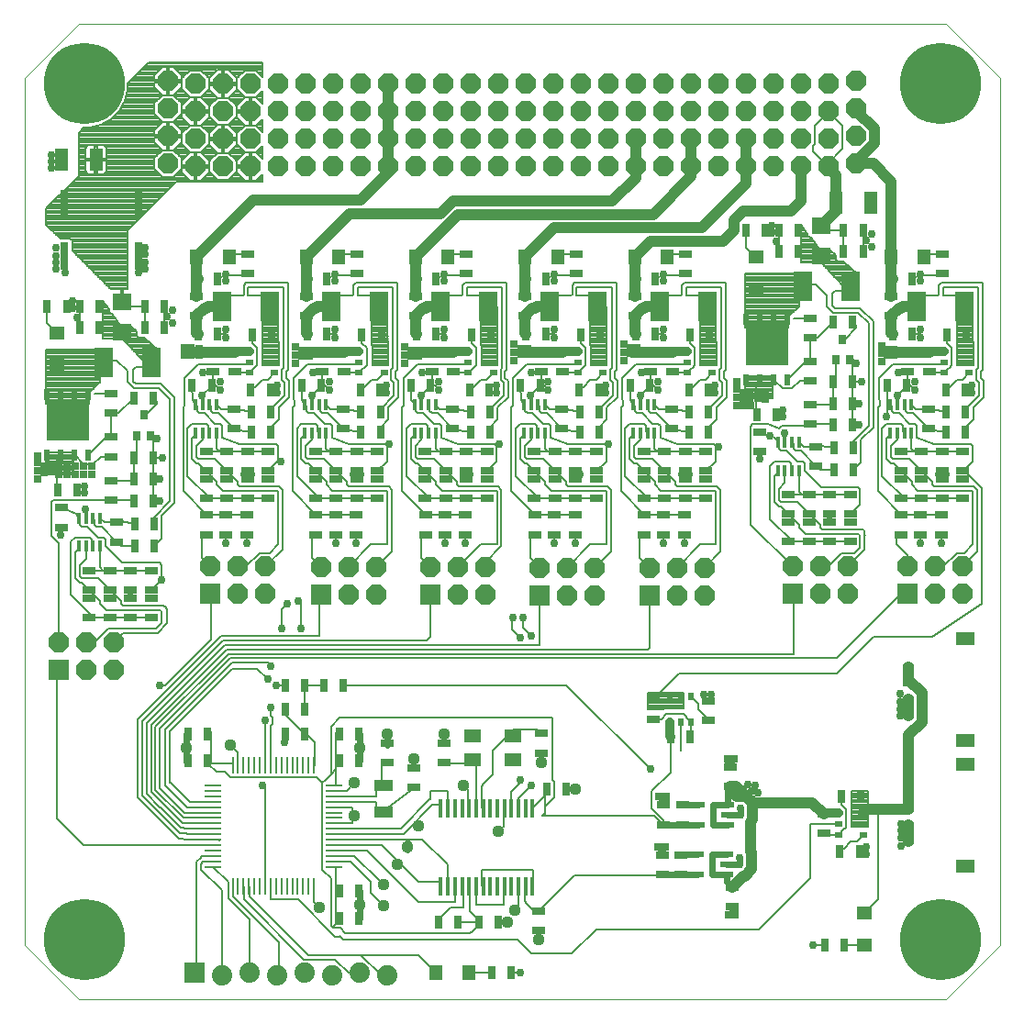
<source format=gtl>
G75*
%MOIN*%
%OFA0B0*%
%FSLAX25Y25*%
%IPPOS*%
%LPD*%
%AMOC8*
5,1,8,0,0,1.08239X$1,22.5*
%
%ADD10R,0.00984X0.06102*%
%ADD11R,0.06102X0.00984*%
%ADD12R,0.01575X0.06890*%
%ADD13R,0.07087X0.03937*%
%ADD14R,0.03150X0.04724*%
%ADD15C,0.00800*%
%ADD16R,0.04724X0.03150*%
%ADD17C,0.04400*%
%ADD18C,0.02400*%
%ADD19R,0.06299X0.04921*%
%ADD20R,0.03937X0.00984*%
%ADD21R,0.00984X0.03937*%
%ADD22R,0.07400X0.07400*%
%ADD23C,0.07400*%
%ADD24OC8,0.07400*%
%ADD25C,0.00000*%
%ADD26C,0.29528*%
%ADD27R,0.01772X0.03937*%
%ADD28R,0.02756X0.03543*%
%ADD29R,0.02402X0.04016*%
%ADD30R,0.15394X0.15000*%
%ADD31R,0.02756X0.02000*%
%ADD32R,0.07087X0.10630*%
%ADD33R,0.04724X0.05512*%
%ADD34R,0.07087X0.06299*%
%ADD35R,0.03150X0.10236*%
%ADD36R,0.04724X0.07874*%
%ADD37R,0.05512X0.04724*%
%ADD38R,0.03937X0.02362*%
%ADD39R,0.07087X0.04921*%
%ADD40R,0.02000X0.02756*%
%ADD41R,0.04724X0.02362*%
%ADD42C,0.02978*%
%ADD43C,0.03200*%
%ADD44R,0.02978X0.02978*%
%ADD45C,0.04000*%
%ADD46C,0.00787*%
%ADD47C,0.02000*%
%ADD48C,0.01000*%
D10*
X0078913Y0049972D03*
X0080882Y0049972D03*
X0082850Y0049972D03*
X0084819Y0049972D03*
X0086787Y0049972D03*
X0088756Y0049972D03*
X0090724Y0049972D03*
X0092693Y0049972D03*
X0094661Y0049972D03*
X0096630Y0049972D03*
X0098598Y0049972D03*
X0100567Y0049972D03*
X0102535Y0049972D03*
X0104504Y0049972D03*
X0106472Y0049972D03*
X0108441Y0049972D03*
X0108441Y0094066D03*
X0106472Y0094066D03*
X0104504Y0094066D03*
X0102535Y0094066D03*
X0100567Y0094066D03*
X0098598Y0094066D03*
X0096630Y0094066D03*
X0094661Y0094066D03*
X0092693Y0094066D03*
X0090724Y0094066D03*
X0088756Y0094066D03*
X0086787Y0094066D03*
X0084819Y0094066D03*
X0082850Y0094066D03*
X0080882Y0094066D03*
X0078913Y0094066D03*
D11*
X0071630Y0086783D03*
X0071630Y0084814D03*
X0071630Y0082846D03*
X0071630Y0080877D03*
X0071630Y0078909D03*
X0071630Y0076940D03*
X0071630Y0074972D03*
X0071630Y0073003D03*
X0071630Y0071035D03*
X0071630Y0069066D03*
X0071630Y0067098D03*
X0071630Y0065129D03*
X0071630Y0063161D03*
X0071630Y0061192D03*
X0071630Y0059224D03*
X0071630Y0057255D03*
X0115724Y0057255D03*
X0115724Y0059224D03*
X0115724Y0061192D03*
X0115724Y0063161D03*
X0115724Y0065129D03*
X0115724Y0067098D03*
X0115724Y0069066D03*
X0115724Y0071035D03*
X0115724Y0073003D03*
X0115724Y0074972D03*
X0115724Y0076940D03*
X0115724Y0078909D03*
X0115724Y0080877D03*
X0115724Y0082846D03*
X0115724Y0084814D03*
X0115724Y0086783D03*
D12*
X0154543Y0078318D03*
X0157102Y0078318D03*
X0159661Y0078318D03*
X0162220Y0078318D03*
X0164780Y0078318D03*
X0167339Y0078318D03*
X0169898Y0078318D03*
X0172457Y0078318D03*
X0175016Y0078318D03*
X0177575Y0078318D03*
X0180134Y0078318D03*
X0182693Y0078318D03*
X0185252Y0078318D03*
X0187811Y0078318D03*
X0187811Y0049972D03*
X0185252Y0049972D03*
X0182693Y0049972D03*
X0180134Y0049972D03*
X0177575Y0049972D03*
X0175016Y0049972D03*
X0172457Y0049972D03*
X0169898Y0049972D03*
X0167339Y0049972D03*
X0164780Y0049972D03*
X0162220Y0049972D03*
X0159661Y0049972D03*
X0157102Y0049972D03*
X0154543Y0049972D03*
D13*
X0133677Y0077098D03*
X0133677Y0086940D03*
D14*
X0124701Y0095641D03*
X0117614Y0095641D03*
X0117614Y0105483D03*
X0124701Y0105483D03*
X0118992Y0123161D03*
X0111906Y0123161D03*
X0105213Y0123161D03*
X0098126Y0123161D03*
X0098126Y0114302D03*
X0105213Y0114302D03*
X0105213Y0105444D03*
X0098126Y0105444D03*
X0069740Y0105483D03*
X0062654Y0105483D03*
X0062654Y0095641D03*
X0069740Y0095641D03*
X0117614Y0048397D03*
X0124701Y0048397D03*
X0124701Y0038554D03*
X0117614Y0038554D03*
X0153697Y0037078D03*
X0160783Y0037078D03*
X0168303Y0037078D03*
X0175390Y0037078D03*
X0172929Y0018830D03*
X0180016Y0018830D03*
X0192909Y0085306D03*
X0199996Y0085306D03*
X0238008Y0104420D03*
X0245094Y0104420D03*
X0300016Y0082846D03*
X0307102Y0082846D03*
X0306602Y0062846D03*
X0299516Y0062846D03*
X0301079Y0028672D03*
X0293992Y0028672D03*
X0297260Y0201393D03*
X0304346Y0201393D03*
X0304346Y0209424D03*
X0297260Y0209424D03*
X0296945Y0217649D03*
X0304031Y0217649D03*
X0304031Y0225523D03*
X0296945Y0225523D03*
X0296945Y0233397D03*
X0304031Y0233397D03*
X0316575Y0232062D03*
X0323661Y0232062D03*
X0337902Y0230606D03*
X0344988Y0230606D03*
X0345161Y0222562D03*
X0338075Y0222562D03*
X0338075Y0215062D03*
X0345161Y0215062D03*
X0345488Y0250606D03*
X0338402Y0250606D03*
X0325685Y0250720D03*
X0318598Y0250720D03*
X0304031Y0255050D03*
X0296945Y0255050D03*
X0318598Y0270798D03*
X0325685Y0270798D03*
X0307969Y0280641D03*
X0300882Y0280641D03*
X0300882Y0288515D03*
X0307969Y0288515D03*
X0284346Y0288515D03*
X0277260Y0288515D03*
X0272535Y0288515D03*
X0265449Y0288515D03*
X0277260Y0280641D03*
X0284346Y0280641D03*
X0252181Y0250606D03*
X0245094Y0250606D03*
X0232378Y0250720D03*
X0225291Y0250720D03*
X0212417Y0250606D03*
X0205331Y0250606D03*
X0192614Y0250720D03*
X0185528Y0250720D03*
X0172654Y0250606D03*
X0165567Y0250606D03*
X0152850Y0250720D03*
X0145764Y0250720D03*
X0132890Y0250606D03*
X0125803Y0250606D03*
X0113087Y0250720D03*
X0106000Y0250720D03*
X0093126Y0250606D03*
X0086039Y0250606D03*
X0073323Y0250720D03*
X0066236Y0250720D03*
X0054031Y0253082D03*
X0046945Y0253082D03*
X0046945Y0260956D03*
X0054031Y0260956D03*
X0066236Y0270798D03*
X0073323Y0270798D03*
X0106000Y0270798D03*
X0113087Y0270798D03*
X0145764Y0270798D03*
X0152850Y0270798D03*
X0185528Y0270798D03*
X0192614Y0270798D03*
X0225291Y0270798D03*
X0232378Y0270798D03*
X0230354Y0232062D03*
X0223268Y0232062D03*
X0211917Y0230606D03*
X0204831Y0230606D03*
X0205004Y0222562D03*
X0212091Y0222562D03*
X0212091Y0215062D03*
X0205004Y0215062D03*
X0190591Y0232062D03*
X0183504Y0232062D03*
X0172327Y0222562D03*
X0165240Y0222562D03*
X0165067Y0230606D03*
X0172154Y0230606D03*
X0172327Y0215062D03*
X0165240Y0215062D03*
X0150827Y0232062D03*
X0143740Y0232062D03*
X0132390Y0230606D03*
X0125303Y0230606D03*
X0125476Y0222562D03*
X0132563Y0222562D03*
X0132563Y0215062D03*
X0125476Y0215062D03*
X0111063Y0232062D03*
X0103976Y0232062D03*
X0092626Y0230606D03*
X0085539Y0230606D03*
X0085713Y0222562D03*
X0092799Y0222562D03*
X0092799Y0215062D03*
X0085713Y0215062D03*
X0071299Y0232062D03*
X0064213Y0232062D03*
X0050094Y0227491D03*
X0043008Y0227491D03*
X0043008Y0205838D03*
X0050094Y0205838D03*
X0050094Y0197964D03*
X0043008Y0197964D03*
X0043008Y0190090D03*
X0050094Y0190090D03*
X0050409Y0181865D03*
X0043323Y0181865D03*
X0043323Y0173834D03*
X0050409Y0173834D03*
X0022535Y0194027D03*
X0015449Y0194027D03*
X0023323Y0253082D03*
X0030409Y0253082D03*
X0030409Y0260956D03*
X0023323Y0260956D03*
X0018598Y0260956D03*
X0011512Y0260956D03*
X0244594Y0230606D03*
X0251681Y0230606D03*
X0251854Y0222562D03*
X0244768Y0222562D03*
X0244768Y0215062D03*
X0251854Y0215062D03*
X0269386Y0221586D03*
X0276472Y0221586D03*
D15*
X0278835Y0220798D01*
X0278289Y0217382D02*
X0288017Y0217382D01*
X0288677Y0218043D01*
X0296551Y0218043D01*
X0296945Y0217649D01*
X0304031Y0217649D02*
X0304031Y0225523D01*
X0304031Y0233397D01*
X0304031Y0240483D01*
X0303047Y0241468D01*
X0304228Y0241468D01*
X0305409Y0240287D01*
X0304031Y0233397D02*
X0307378Y0233397D01*
X0313800Y0234921D02*
X0313800Y0229203D01*
X0313897Y0224772D01*
X0313256Y0224131D01*
X0313256Y0193716D01*
X0321748Y0185223D01*
X0321748Y0184972D01*
X0328835Y0184972D01*
X0336315Y0184972D01*
X0336618Y0190987D02*
X0329118Y0190987D01*
X0323071Y0190987D01*
X0314856Y0199202D01*
X0314856Y0216572D01*
X0316397Y0218113D01*
X0321721Y0218113D01*
X0322424Y0217410D01*
X0322424Y0215417D01*
X0322898Y0214944D01*
X0325457Y0214944D02*
X0325457Y0209235D01*
X0326618Y0208074D01*
X0329118Y0208074D01*
X0336618Y0208074D01*
X0344118Y0208074D01*
X0346977Y0210849D02*
X0333623Y0210849D01*
X0327543Y0212992D01*
X0327543Y0217410D01*
X0326840Y0218113D01*
X0324847Y0218113D01*
X0320948Y0222012D01*
X0318956Y0222012D01*
X0318253Y0222715D01*
X0318253Y0224707D01*
X0317780Y0225180D01*
X0316693Y0226680D01*
X0316575Y0232062D01*
X0316575Y0220940D01*
X0316236Y0220602D01*
X0316236Y0220802D01*
X0320339Y0225180D02*
X0320339Y0228842D01*
X0320218Y0228362D01*
X0323918Y0232062D01*
X0324110Y0232062D01*
X0324110Y0236743D01*
X0323913Y0236940D01*
X0320567Y0236940D01*
X0323913Y0236940D02*
X0324110Y0237137D01*
X0324110Y0232062D02*
X0325118Y0232062D01*
X0326618Y0230562D01*
X0323918Y0232062D02*
X0323661Y0232062D01*
X0322898Y0225180D02*
X0323371Y0224707D01*
X0323371Y0222715D01*
X0324074Y0222012D01*
X0326125Y0222012D01*
X0331618Y0216519D01*
X0333862Y0215850D01*
X0338075Y0215062D01*
X0331618Y0216519D02*
X0331618Y0217562D01*
X0331618Y0223606D02*
X0327031Y0223606D01*
X0325457Y0225180D01*
X0331618Y0223606D02*
X0333075Y0223487D01*
X0338075Y0222562D01*
X0345161Y0222562D02*
X0345161Y0223519D01*
X0350134Y0228492D01*
X0350134Y0233219D01*
X0349098Y0234256D01*
X0349098Y0237715D01*
X0349701Y0238318D01*
X0349701Y0267846D01*
X0336906Y0267846D01*
X0336906Y0264893D01*
X0343795Y0264893D01*
X0344780Y0265877D01*
X0347421Y0264417D02*
X0347732Y0257019D01*
X0347945Y0239606D01*
X0342170Y0239606D01*
X0342170Y0246646D01*
X0341945Y0246871D01*
X0341945Y0264417D01*
X0347421Y0264417D01*
X0347422Y0264407D02*
X0341945Y0264407D01*
X0341945Y0263608D02*
X0347455Y0263608D01*
X0347489Y0262810D02*
X0341945Y0262810D01*
X0341945Y0262011D02*
X0347522Y0262011D01*
X0347556Y0261213D02*
X0341945Y0261213D01*
X0341945Y0260414D02*
X0347590Y0260414D01*
X0347623Y0259616D02*
X0341945Y0259616D01*
X0341945Y0258817D02*
X0347657Y0258817D01*
X0347690Y0258019D02*
X0341945Y0258019D01*
X0341945Y0257220D02*
X0347724Y0257220D01*
X0347740Y0256422D02*
X0341945Y0256422D01*
X0341945Y0255623D02*
X0347749Y0255623D01*
X0347759Y0254825D02*
X0341945Y0254825D01*
X0341945Y0254026D02*
X0347769Y0254026D01*
X0347779Y0253228D02*
X0341945Y0253228D01*
X0341945Y0252429D02*
X0347788Y0252429D01*
X0347798Y0251631D02*
X0341945Y0251631D01*
X0341945Y0250832D02*
X0347808Y0250832D01*
X0347818Y0250034D02*
X0341945Y0250034D01*
X0341945Y0249235D02*
X0347827Y0249235D01*
X0347837Y0248437D02*
X0341945Y0248437D01*
X0341945Y0247638D02*
X0347847Y0247638D01*
X0347857Y0246840D02*
X0341976Y0246840D01*
X0342170Y0246041D02*
X0347866Y0246041D01*
X0347876Y0245243D02*
X0342170Y0245243D01*
X0342170Y0244444D02*
X0347886Y0244444D01*
X0347896Y0243646D02*
X0342170Y0243646D01*
X0342170Y0242847D02*
X0347905Y0242847D01*
X0347915Y0242049D02*
X0342170Y0242049D01*
X0342170Y0241250D02*
X0347925Y0241250D01*
X0347935Y0240452D02*
X0342170Y0240452D01*
X0342170Y0239653D02*
X0347944Y0239653D01*
X0346520Y0236669D02*
X0344019Y0234168D01*
X0341916Y0234168D01*
X0339354Y0231606D01*
X0337902Y0230606D01*
X0337370Y0236669D02*
X0332339Y0236669D01*
X0331945Y0237062D01*
X0337370Y0236669D02*
X0339107Y0238406D01*
X0339245Y0238406D01*
X0340170Y0239331D01*
X0340170Y0245818D01*
X0338402Y0247586D01*
X0338402Y0250606D01*
X0328835Y0250720D02*
X0328835Y0250917D01*
X0328638Y0252294D01*
X0328835Y0250720D02*
X0325685Y0250720D01*
X0318790Y0239912D02*
X0313800Y0234921D01*
X0318790Y0239912D02*
X0336676Y0239912D01*
X0337370Y0240606D01*
X0344988Y0230606D02*
X0347445Y0229606D01*
X0351734Y0227829D02*
X0347936Y0224031D01*
X0347936Y0219703D01*
X0345161Y0216928D01*
X0345161Y0215062D01*
X0346977Y0210849D02*
X0347680Y0210146D01*
X0347680Y0204550D01*
X0345398Y0202267D01*
X0345398Y0200326D01*
X0350932Y0194792D01*
X0350932Y0152935D01*
X0332969Y0140877D01*
X0311672Y0140877D01*
X0298261Y0127466D01*
X0241054Y0127466D01*
X0231551Y0117964D01*
X0229551Y0118279D02*
X0242551Y0118279D01*
X0242551Y0117481D02*
X0229551Y0117481D01*
X0229551Y0116682D02*
X0242551Y0116682D01*
X0242551Y0115884D02*
X0229551Y0115884D01*
X0229551Y0115085D02*
X0242551Y0115085D01*
X0242551Y0114646D02*
X0235511Y0114646D01*
X0235286Y0114420D01*
X0229551Y0114420D01*
X0229551Y0120420D01*
X0242551Y0120420D01*
X0242551Y0114646D01*
X0242826Y0112646D02*
X0243751Y0111721D01*
X0243751Y0111583D01*
X0245488Y0109846D01*
X0245488Y0104814D01*
X0245094Y0104420D01*
X0241551Y0099420D02*
X0241551Y0109846D01*
X0242826Y0112646D02*
X0236339Y0112646D01*
X0234571Y0110877D01*
X0231551Y0110877D01*
X0229551Y0119078D02*
X0242551Y0119078D01*
X0242551Y0119876D02*
X0229551Y0119876D01*
X0238008Y0104420D02*
X0238008Y0091554D01*
X0231170Y0084716D01*
X0231170Y0078363D01*
X0235500Y0074032D01*
X0235500Y0072580D01*
X0232163Y0075917D01*
X0192220Y0075917D01*
X0192220Y0078983D01*
X0195684Y0082447D01*
X0195684Y0088166D01*
X0195173Y0088677D01*
X0195173Y0111350D01*
X0117846Y0111350D01*
X0114715Y0108218D01*
X0114715Y0090931D01*
X0112259Y0088475D01*
X0112176Y0088475D01*
X0111473Y0087772D01*
X0109430Y0089815D01*
X0077924Y0089815D01*
X0076075Y0091665D01*
X0073126Y0091665D01*
X0070173Y0094617D01*
X0070173Y0095602D01*
X0070055Y0094657D02*
X0071039Y0094657D01*
X0078913Y0094657D01*
X0080882Y0094657D02*
X0080882Y0098262D01*
X0080648Y0098828D02*
X0076945Y0102531D01*
X0080648Y0098828D02*
X0080683Y0098789D01*
X0080717Y0098749D01*
X0080747Y0098706D01*
X0080775Y0098662D01*
X0080799Y0098616D01*
X0080821Y0098568D01*
X0080840Y0098519D01*
X0080855Y0098469D01*
X0080867Y0098418D01*
X0080875Y0098366D01*
X0080880Y0098314D01*
X0080882Y0098262D01*
X0071039Y0094657D02*
X0071039Y0106468D01*
X0056025Y0106456D02*
X0078834Y0129264D01*
X0087692Y0129264D01*
X0091616Y0125340D01*
X0094780Y0123161D02*
X0098126Y0123161D01*
X0105213Y0123161D02*
X0105213Y0114302D01*
X0098126Y0114302D02*
X0098126Y0112531D01*
X0105213Y0105444D01*
X0105606Y0105444D01*
X0108559Y0102491D01*
X0108559Y0094184D01*
X0108441Y0094066D01*
X0111473Y0087772D02*
X0111473Y0056266D01*
X0114715Y0053024D01*
X0114715Y0035819D01*
X0115542Y0034992D01*
X0117987Y0034992D01*
X0119780Y0033200D01*
X0165055Y0033200D01*
X0165646Y0033791D01*
X0165646Y0033594D02*
X0167614Y0035562D01*
X0167614Y0036546D01*
X0167496Y0036094D02*
X0167988Y0036094D01*
X0167988Y0037078D02*
X0160114Y0037078D01*
X0158146Y0042491D02*
X0154209Y0038554D01*
X0158146Y0042491D02*
X0162575Y0042491D01*
X0162575Y0047413D01*
X0165035Y0047905D02*
X0165035Y0041015D01*
X0167988Y0038062D01*
X0167496Y0043476D02*
X0167496Y0048397D01*
X0169465Y0050365D02*
X0169465Y0056271D01*
X0188165Y0056271D01*
X0188165Y0048397D01*
X0185213Y0048397D02*
X0185213Y0044791D01*
X0185447Y0044226D02*
X0188165Y0041507D01*
X0190252Y0041468D02*
X0203047Y0054263D01*
X0235528Y0054263D01*
X0210921Y0034578D02*
X0269976Y0034578D01*
X0288559Y0053161D01*
X0288559Y0072846D01*
X0298984Y0072846D01*
X0300721Y0070646D02*
X0298984Y0068909D01*
X0293953Y0068909D01*
X0293559Y0069302D01*
X0300721Y0070646D02*
X0300859Y0070646D01*
X0301784Y0071571D01*
X0301784Y0078058D01*
X0300016Y0079826D01*
X0300016Y0082846D01*
X0303559Y0083145D02*
X0309559Y0083145D01*
X0309559Y0083943D02*
X0303559Y0083943D01*
X0303559Y0084742D02*
X0309559Y0084742D01*
X0309559Y0084846D02*
X0309559Y0071846D01*
X0303784Y0071846D01*
X0303784Y0078886D01*
X0303559Y0079111D01*
X0303559Y0084846D01*
X0309559Y0084846D01*
X0309559Y0082346D02*
X0303559Y0082346D01*
X0303559Y0081548D02*
X0309559Y0081548D01*
X0309559Y0080749D02*
X0303559Y0080749D01*
X0303559Y0079951D02*
X0309559Y0079951D01*
X0309559Y0079152D02*
X0303559Y0079152D01*
X0303784Y0078354D02*
X0309559Y0078354D01*
X0309559Y0077555D02*
X0303784Y0077555D01*
X0303784Y0076757D02*
X0309559Y0076757D01*
X0309559Y0075958D02*
X0303784Y0075958D01*
X0303784Y0075160D02*
X0309559Y0075160D01*
X0309559Y0074361D02*
X0303784Y0074361D01*
X0303784Y0073563D02*
X0309559Y0073563D01*
X0309559Y0072764D02*
X0303784Y0072764D01*
X0303784Y0071966D02*
X0309559Y0071966D01*
X0308134Y0068909D02*
X0305633Y0066408D01*
X0303531Y0066408D01*
X0300968Y0063846D01*
X0299516Y0062846D01*
X0306602Y0062846D02*
X0309059Y0061846D01*
X0313283Y0078279D02*
X0313283Y0045405D01*
X0308362Y0040483D01*
X0308362Y0028672D02*
X0301079Y0028672D01*
X0293992Y0028672D02*
X0289661Y0028672D01*
X0288677Y0028672D01*
X0230606Y0092649D02*
X0200094Y0123161D01*
X0118992Y0123161D01*
X0111906Y0123161D02*
X0105213Y0123161D01*
X0093531Y0111479D02*
X0093531Y0109252D01*
X0092811Y0108531D01*
X0092811Y0094184D01*
X0092693Y0094066D01*
X0090843Y0094184D02*
X0090724Y0094066D01*
X0090843Y0094184D02*
X0090843Y0110365D01*
X0092811Y0112200D02*
X0093531Y0111479D01*
X0092811Y0112200D02*
X0092811Y0115287D01*
X0098126Y0105444D02*
X0098126Y0101901D01*
X0097732Y0101507D01*
X0097732Y0102491D01*
X0114715Y0090931D02*
X0116433Y0092649D01*
X0116433Y0095602D01*
X0123205Y0087767D02*
X0120252Y0084814D01*
X0117299Y0084814D01*
X0116315Y0082846D02*
X0131079Y0082846D01*
X0131079Y0086783D01*
X0133047Y0086783D02*
X0133047Y0094657D01*
X0131079Y0080877D02*
X0131079Y0076940D01*
X0134031Y0077924D02*
X0144858Y0085798D01*
X0150764Y0084814D02*
X0150764Y0082193D01*
X0150529Y0081627D02*
X0139937Y0071035D01*
X0117299Y0071035D01*
X0117299Y0069066D02*
X0140921Y0069066D01*
X0151514Y0079659D01*
X0152079Y0079893D02*
X0154701Y0079893D01*
X0156919Y0079893D02*
X0156919Y0084814D01*
X0150764Y0084814D01*
X0150764Y0082193D02*
X0150762Y0082141D01*
X0150757Y0082089D01*
X0150749Y0082037D01*
X0150737Y0081986D01*
X0150722Y0081936D01*
X0150703Y0081887D01*
X0150681Y0081839D01*
X0150657Y0081793D01*
X0150629Y0081749D01*
X0150599Y0081706D01*
X0150565Y0081666D01*
X0150530Y0081627D01*
X0151513Y0079659D02*
X0151552Y0079694D01*
X0151592Y0079728D01*
X0151635Y0079758D01*
X0151679Y0079786D01*
X0151725Y0079810D01*
X0151773Y0079832D01*
X0151822Y0079851D01*
X0151872Y0079866D01*
X0151923Y0079878D01*
X0151975Y0079886D01*
X0152027Y0079891D01*
X0152079Y0079893D01*
X0164309Y0085049D02*
X0164344Y0085010D01*
X0164378Y0084970D01*
X0164408Y0084927D01*
X0164436Y0084883D01*
X0164460Y0084837D01*
X0164482Y0084789D01*
X0164501Y0084740D01*
X0164516Y0084690D01*
X0164528Y0084639D01*
X0164536Y0084587D01*
X0164541Y0084535D01*
X0164543Y0084483D01*
X0164543Y0077924D01*
X0167496Y0078909D02*
X0167496Y0095641D01*
X0165528Y0094657D02*
X0154701Y0094657D01*
X0162575Y0086783D02*
X0164309Y0085048D01*
X0169465Y0086451D02*
X0169465Y0078909D01*
X0169465Y0086451D02*
X0169467Y0086503D01*
X0169472Y0086555D01*
X0169480Y0086607D01*
X0169492Y0086658D01*
X0169507Y0086708D01*
X0169526Y0086757D01*
X0169548Y0086805D01*
X0169572Y0086851D01*
X0169600Y0086895D01*
X0169630Y0086938D01*
X0169664Y0086978D01*
X0169699Y0087017D01*
X0173402Y0090720D01*
X0173402Y0099247D01*
X0173636Y0099812D02*
X0178323Y0104499D01*
X0180783Y0106960D02*
X0189802Y0106960D01*
X0190368Y0106726D02*
X0191118Y0105976D01*
X0190368Y0106726D02*
X0190329Y0106761D01*
X0190289Y0106795D01*
X0190246Y0106825D01*
X0190202Y0106853D01*
X0190156Y0106877D01*
X0190108Y0106899D01*
X0190059Y0106918D01*
X0190009Y0106933D01*
X0189958Y0106945D01*
X0189906Y0106953D01*
X0189854Y0106958D01*
X0189802Y0106960D01*
X0173636Y0099813D02*
X0173601Y0099774D01*
X0173567Y0099734D01*
X0173537Y0099691D01*
X0173509Y0099647D01*
X0173485Y0099601D01*
X0173463Y0099553D01*
X0173444Y0099504D01*
X0173429Y0099454D01*
X0173417Y0099403D01*
X0173409Y0099351D01*
X0173404Y0099299D01*
X0173402Y0099247D01*
X0183362Y0088712D02*
X0183362Y0087728D01*
X0180134Y0084499D01*
X0180134Y0078318D01*
X0182693Y0078318D02*
X0182693Y0082137D01*
X0187299Y0086743D01*
X0192220Y0085759D02*
X0192220Y0076901D01*
X0191236Y0075917D01*
X0192220Y0075917D01*
X0187986Y0078729D02*
X0192594Y0083338D01*
X0177339Y0076940D02*
X0177339Y0072350D01*
X0177104Y0071785D02*
X0175370Y0070050D01*
X0177105Y0071784D02*
X0177140Y0071823D01*
X0177174Y0071863D01*
X0177204Y0071906D01*
X0177232Y0071950D01*
X0177256Y0071996D01*
X0177278Y0072044D01*
X0177297Y0072093D01*
X0177312Y0072143D01*
X0177324Y0072194D01*
X0177332Y0072246D01*
X0177337Y0072298D01*
X0177339Y0072350D01*
X0182752Y0049873D02*
X0182752Y0044299D01*
X0182026Y0042749D02*
X0180783Y0041507D01*
X0182025Y0042749D02*
X0182092Y0042813D01*
X0182157Y0042880D01*
X0182218Y0042949D01*
X0182277Y0043020D01*
X0182332Y0043094D01*
X0182385Y0043170D01*
X0182434Y0043248D01*
X0182480Y0043328D01*
X0182523Y0043410D01*
X0182562Y0043494D01*
X0182598Y0043579D01*
X0182630Y0043666D01*
X0182658Y0043754D01*
X0182683Y0043843D01*
X0182704Y0043933D01*
X0182722Y0044024D01*
X0182736Y0044115D01*
X0182746Y0044207D01*
X0182752Y0044299D01*
X0185213Y0044791D02*
X0185215Y0044739D01*
X0185220Y0044687D01*
X0185228Y0044635D01*
X0185240Y0044584D01*
X0185255Y0044534D01*
X0185274Y0044485D01*
X0185296Y0044437D01*
X0185320Y0044391D01*
X0185348Y0044347D01*
X0185378Y0044304D01*
X0185412Y0044264D01*
X0185447Y0044225D01*
X0177339Y0043476D02*
X0167496Y0043476D01*
X0159622Y0044460D02*
X0146374Y0044460D01*
X0127673Y0063161D01*
X0115331Y0063161D01*
X0114839Y0065129D02*
X0133047Y0065129D01*
X0146335Y0051842D01*
X0154701Y0051842D01*
X0156919Y0051592D02*
X0156919Y0057989D01*
X0147811Y0067098D01*
X0116315Y0067098D01*
X0117299Y0061192D02*
X0123205Y0061192D01*
X0132321Y0052076D01*
X0132321Y0049852D01*
X0129110Y0051842D02*
X0129110Y0047836D01*
X0133677Y0043269D01*
X0129110Y0051842D02*
X0121728Y0059224D01*
X0117791Y0059224D01*
X0116315Y0057255D02*
X0116315Y0037570D01*
X0116433Y0038515D02*
X0116433Y0036546D01*
X0115449Y0035562D01*
X0116177Y0031916D02*
X0117764Y0031916D01*
X0117842Y0031994D01*
X0119172Y0030714D01*
X0182305Y0030714D01*
X0187299Y0025720D01*
X0202063Y0025720D01*
X0210921Y0034578D01*
X0183362Y0018830D02*
X0180016Y0018830D01*
X0172929Y0018830D02*
X0164661Y0018830D01*
X0152850Y0018830D02*
X0146480Y0025200D01*
X0125291Y0025200D01*
X0125406Y0025200D01*
X0132906Y0017700D01*
X0134976Y0017700D01*
X0124976Y0018700D02*
X0120906Y0018700D01*
X0116006Y0023600D01*
X0104773Y0023600D01*
X0082969Y0045405D01*
X0082969Y0049854D01*
X0082850Y0049972D01*
X0084819Y0049972D02*
X0085095Y0049695D01*
X0085095Y0046423D01*
X0106319Y0025200D01*
X0125291Y0025200D01*
X0116177Y0031916D02*
X0102688Y0045405D01*
X0092811Y0045405D01*
X0092693Y0045523D01*
X0092693Y0049972D01*
X0090724Y0049972D02*
X0090724Y0080720D01*
X0090843Y0080838D01*
X0090843Y0086743D01*
X0089858Y0086743D01*
X0073997Y0066980D02*
X0062615Y0066980D01*
X0059426Y0067374D01*
X0044457Y0082344D01*
X0044457Y0110726D01*
X0074734Y0141003D01*
X0110528Y0141003D01*
X0110528Y0155720D01*
X0110961Y0156153D01*
X0103638Y0152688D02*
X0102654Y0153672D01*
X0103638Y0152688D02*
X0103638Y0143692D01*
X0096748Y0143830D02*
X0096748Y0150720D01*
X0098717Y0152688D01*
X0090803Y0166350D02*
X0096970Y0172517D01*
X0096970Y0194129D01*
X0095800Y0195299D01*
X0081397Y0195299D01*
X0080694Y0196002D01*
X0080694Y0197050D01*
X0076756Y0200987D01*
X0072444Y0205299D01*
X0066397Y0205299D01*
X0065694Y0206002D01*
X0065694Y0210146D01*
X0067976Y0212429D01*
X0067976Y0214944D01*
X0070062Y0215417D02*
X0070062Y0217410D01*
X0069359Y0218113D01*
X0064034Y0218113D01*
X0062494Y0216572D01*
X0062494Y0199202D01*
X0070708Y0190987D01*
X0069256Y0190987D01*
X0070708Y0190987D02*
X0076756Y0190987D01*
X0084256Y0190987D01*
X0091756Y0190987D01*
X0095137Y0193699D02*
X0095370Y0193466D01*
X0095370Y0174342D01*
X0092278Y0171250D01*
X0088773Y0171250D01*
X0083873Y0166350D01*
X0080803Y0166350D01*
X0083559Y0174342D02*
X0083953Y0174735D01*
X0083953Y0177885D01*
X0083953Y0184972D02*
X0076472Y0184972D01*
X0069386Y0184972D01*
X0069386Y0185223D01*
X0060894Y0193716D01*
X0060894Y0224131D01*
X0061535Y0224772D01*
X0061438Y0229203D01*
X0061438Y0234921D01*
X0066428Y0239912D01*
X0084314Y0239912D01*
X0085008Y0240606D01*
X0086745Y0238406D02*
X0085008Y0236669D01*
X0079976Y0236669D01*
X0079583Y0237062D01*
X0085539Y0230606D02*
X0086992Y0231606D01*
X0089554Y0234168D01*
X0091657Y0234168D01*
X0094157Y0236669D01*
X0096735Y0237715D02*
X0096735Y0234256D01*
X0097772Y0233219D01*
X0097772Y0228492D01*
X0092799Y0223519D01*
X0092799Y0222562D01*
X0095574Y0224031D02*
X0095574Y0219703D01*
X0092799Y0216928D01*
X0092799Y0215062D01*
X0094615Y0210849D02*
X0081260Y0210849D01*
X0075180Y0212992D01*
X0075180Y0217410D01*
X0074477Y0218113D01*
X0072485Y0218113D01*
X0068586Y0222012D01*
X0066594Y0222012D01*
X0065891Y0222715D01*
X0065891Y0224707D01*
X0065417Y0225180D01*
X0064331Y0226680D01*
X0064213Y0232062D01*
X0067976Y0228842D02*
X0067856Y0228362D01*
X0071556Y0232062D01*
X0071748Y0232062D01*
X0071748Y0236743D01*
X0071551Y0236940D01*
X0068205Y0236940D01*
X0071551Y0236940D02*
X0071748Y0237137D01*
X0071748Y0232062D02*
X0072756Y0232062D01*
X0074256Y0230562D01*
X0071556Y0232062D02*
X0071299Y0232062D01*
X0067976Y0228842D02*
X0067976Y0225180D01*
X0070535Y0225180D02*
X0071009Y0224707D01*
X0071009Y0222715D01*
X0071712Y0222012D01*
X0073763Y0222012D01*
X0079256Y0216519D01*
X0081500Y0215850D01*
X0085713Y0215062D01*
X0079256Y0216519D02*
X0079256Y0217562D01*
X0079256Y0223606D02*
X0074669Y0223606D01*
X0073094Y0225180D01*
X0079256Y0223606D02*
X0080713Y0223487D01*
X0085713Y0222562D01*
X0092626Y0230606D02*
X0095083Y0229606D01*
X0099372Y0227829D02*
X0095574Y0224031D01*
X0099372Y0227829D02*
X0099372Y0233882D01*
X0098335Y0234918D01*
X0098335Y0237052D01*
X0098939Y0237655D01*
X0098939Y0263587D01*
X0098986Y0269446D01*
X0083881Y0269446D01*
X0082943Y0268508D01*
X0082943Y0265261D01*
X0082575Y0264893D01*
X0076669Y0264893D01*
X0076866Y0270798D02*
X0076276Y0272373D01*
X0075979Y0272215D01*
X0083795Y0272215D01*
X0084346Y0272767D01*
X0084543Y0267846D02*
X0084543Y0264893D01*
X0091433Y0264893D01*
X0092417Y0265877D01*
X0095059Y0264417D02*
X0089583Y0264417D01*
X0089583Y0246871D01*
X0089808Y0246646D01*
X0089808Y0239606D01*
X0095583Y0239606D01*
X0095370Y0257019D01*
X0095059Y0264417D01*
X0095059Y0264407D02*
X0089583Y0264407D01*
X0089583Y0263608D02*
X0095093Y0263608D01*
X0095127Y0262810D02*
X0089583Y0262810D01*
X0089583Y0262011D02*
X0095160Y0262011D01*
X0095194Y0261213D02*
X0089583Y0261213D01*
X0089583Y0260414D02*
X0095227Y0260414D01*
X0095261Y0259616D02*
X0089583Y0259616D01*
X0089583Y0258817D02*
X0095294Y0258817D01*
X0095328Y0258019D02*
X0089583Y0258019D01*
X0089583Y0257220D02*
X0095362Y0257220D01*
X0095377Y0256422D02*
X0089583Y0256422D01*
X0089583Y0255623D02*
X0095387Y0255623D01*
X0095397Y0254825D02*
X0089583Y0254825D01*
X0089583Y0254026D02*
X0095407Y0254026D01*
X0095416Y0253228D02*
X0089583Y0253228D01*
X0089583Y0252429D02*
X0095426Y0252429D01*
X0095436Y0251631D02*
X0089583Y0251631D01*
X0089583Y0250832D02*
X0095446Y0250832D01*
X0095455Y0250034D02*
X0089583Y0250034D01*
X0089583Y0249235D02*
X0095465Y0249235D01*
X0095475Y0248437D02*
X0089583Y0248437D01*
X0089583Y0247638D02*
X0095485Y0247638D01*
X0095494Y0246840D02*
X0089614Y0246840D01*
X0089808Y0246041D02*
X0095504Y0246041D01*
X0095514Y0245243D02*
X0089808Y0245243D01*
X0089808Y0244444D02*
X0095524Y0244444D01*
X0095533Y0243646D02*
X0089808Y0243646D01*
X0089808Y0242847D02*
X0095543Y0242847D01*
X0095553Y0242049D02*
X0089808Y0242049D01*
X0089808Y0241250D02*
X0095563Y0241250D01*
X0095572Y0240452D02*
X0089808Y0240452D01*
X0089808Y0239653D02*
X0095582Y0239653D01*
X0097339Y0238318D02*
X0096735Y0237715D01*
X0097339Y0238318D02*
X0097339Y0267846D01*
X0084543Y0267846D01*
X0075979Y0272215D02*
X0073323Y0270798D01*
X0077654Y0278672D02*
X0078835Y0279854D01*
X0084346Y0279854D01*
X0089858Y0306231D02*
X0058362Y0306231D01*
X0040646Y0288515D01*
X0040646Y0267080D01*
X0039077Y0267080D01*
X0039077Y0262931D01*
X0038671Y0262931D01*
X0038277Y0263324D01*
X0038277Y0267080D01*
X0034950Y0267080D01*
X0034612Y0266990D01*
X0020586Y0281016D01*
X0020586Y0284681D01*
X0019883Y0285384D01*
X0016217Y0285384D01*
X0011118Y0290483D01*
X0011118Y0296389D01*
X0022929Y0308200D01*
X0022929Y0323948D01*
X0024682Y0325701D01*
X0026999Y0325701D01*
X0031059Y0326789D01*
X0034700Y0328890D01*
X0037672Y0331863D01*
X0039773Y0335503D01*
X0040861Y0339563D01*
X0040861Y0341880D01*
X0048520Y0349539D01*
X0089858Y0349539D01*
X0089858Y0344145D01*
X0087439Y0346565D01*
X0083380Y0346565D01*
X0080509Y0343694D01*
X0080509Y0339635D01*
X0083380Y0336765D01*
X0087439Y0336765D01*
X0089858Y0339184D01*
X0089858Y0334428D01*
X0087522Y0336765D01*
X0085809Y0336765D01*
X0085809Y0332065D01*
X0085009Y0332065D01*
X0085009Y0336765D01*
X0083297Y0336765D01*
X0080309Y0333777D01*
X0080309Y0332065D01*
X0085009Y0332065D01*
X0085009Y0331265D01*
X0080309Y0331265D01*
X0080309Y0329552D01*
X0083297Y0326565D01*
X0085009Y0326565D01*
X0085009Y0331265D01*
X0085809Y0331265D01*
X0085809Y0326565D01*
X0087522Y0326565D01*
X0089858Y0328901D01*
X0089858Y0324145D01*
X0087439Y0326565D01*
X0083380Y0326565D01*
X0080509Y0323694D01*
X0080509Y0319635D01*
X0083380Y0316765D01*
X0087439Y0316765D01*
X0089858Y0319184D01*
X0089858Y0314428D01*
X0087522Y0316765D01*
X0085809Y0316765D01*
X0085809Y0312065D01*
X0085009Y0312065D01*
X0085009Y0316765D01*
X0083297Y0316765D01*
X0080309Y0313777D01*
X0080309Y0312065D01*
X0085009Y0312065D01*
X0085009Y0311265D01*
X0080309Y0311265D01*
X0080309Y0309552D01*
X0083297Y0306565D01*
X0085009Y0306565D01*
X0085009Y0311265D01*
X0085809Y0311265D01*
X0085809Y0306565D01*
X0087522Y0306565D01*
X0089858Y0308901D01*
X0089858Y0306231D01*
X0089858Y0306728D02*
X0087685Y0306728D01*
X0088484Y0307526D02*
X0089858Y0307526D01*
X0089858Y0308325D02*
X0089282Y0308325D01*
X0085809Y0308325D02*
X0085009Y0308325D01*
X0085009Y0309123D02*
X0085809Y0309123D01*
X0085809Y0309922D02*
X0085009Y0309922D01*
X0085009Y0310721D02*
X0085809Y0310721D01*
X0085009Y0311519D02*
X0080309Y0311519D01*
X0080309Y0310721D02*
X0080309Y0310721D01*
X0080309Y0309922D02*
X0080309Y0309922D01*
X0080309Y0309635D02*
X0077439Y0306765D01*
X0073380Y0306765D01*
X0070509Y0309635D01*
X0070509Y0313694D01*
X0073380Y0316565D01*
X0077439Y0316565D01*
X0080309Y0313694D01*
X0080309Y0309635D01*
X0080738Y0309123D02*
X0079798Y0309123D01*
X0079000Y0308325D02*
X0081537Y0308325D01*
X0082335Y0307526D02*
X0078201Y0307526D01*
X0080309Y0312318D02*
X0080309Y0312318D01*
X0080309Y0313116D02*
X0080309Y0313116D01*
X0080447Y0313915D02*
X0080089Y0313915D01*
X0079291Y0314713D02*
X0081245Y0314713D01*
X0082044Y0315512D02*
X0078492Y0315512D01*
X0077694Y0316310D02*
X0082843Y0316310D01*
X0083036Y0317109D02*
X0078066Y0317109D01*
X0077522Y0316565D02*
X0080509Y0319552D01*
X0080509Y0321265D01*
X0075809Y0321265D01*
X0075809Y0316565D01*
X0077522Y0316565D01*
X0075809Y0317109D02*
X0075009Y0317109D01*
X0075009Y0316565D02*
X0075009Y0321265D01*
X0070309Y0321265D01*
X0070309Y0319552D01*
X0073297Y0316565D01*
X0075009Y0316565D01*
X0075009Y0317907D02*
X0075809Y0317907D01*
X0075809Y0318706D02*
X0075009Y0318706D01*
X0075009Y0319504D02*
X0075809Y0319504D01*
X0075809Y0320303D02*
X0075009Y0320303D01*
X0075009Y0321101D02*
X0075809Y0321101D01*
X0075809Y0321265D02*
X0075009Y0321265D01*
X0075009Y0322065D01*
X0075009Y0326765D01*
X0073297Y0326765D01*
X0070309Y0323777D01*
X0070309Y0322065D01*
X0075009Y0322065D01*
X0075809Y0322065D01*
X0075809Y0326765D01*
X0077522Y0326765D01*
X0080509Y0323777D01*
X0080509Y0322065D01*
X0075809Y0322065D01*
X0075809Y0321265D01*
X0075809Y0321900D02*
X0080509Y0321900D01*
X0080509Y0322698D02*
X0080509Y0322698D01*
X0080509Y0323497D02*
X0080509Y0323497D01*
X0079991Y0324295D02*
X0081110Y0324295D01*
X0081909Y0325094D02*
X0079193Y0325094D01*
X0078394Y0325892D02*
X0082707Y0325892D01*
X0083171Y0326691D02*
X0077596Y0326691D01*
X0077439Y0326765D02*
X0080309Y0329635D01*
X0080309Y0333694D01*
X0077439Y0336565D01*
X0073380Y0336565D01*
X0070509Y0333694D01*
X0070509Y0329635D01*
X0073380Y0326765D01*
X0077439Y0326765D01*
X0078164Y0327489D02*
X0082372Y0327489D01*
X0081574Y0328288D02*
X0078962Y0328288D01*
X0079761Y0329086D02*
X0080775Y0329086D01*
X0080309Y0329885D02*
X0080309Y0329885D01*
X0080309Y0330683D02*
X0080309Y0330683D01*
X0080309Y0331482D02*
X0085009Y0331482D01*
X0085009Y0332280D02*
X0085809Y0332280D01*
X0085809Y0333079D02*
X0085009Y0333079D01*
X0085009Y0333877D02*
X0085809Y0333877D01*
X0085809Y0334676D02*
X0085009Y0334676D01*
X0085009Y0335474D02*
X0085809Y0335474D01*
X0085809Y0336273D02*
X0085009Y0336273D01*
X0083073Y0337071D02*
X0078029Y0337071D01*
X0077522Y0336565D02*
X0080509Y0339552D01*
X0080509Y0341265D01*
X0075809Y0341265D01*
X0075809Y0336565D01*
X0077522Y0336565D01*
X0077731Y0336273D02*
X0082805Y0336273D01*
X0082007Y0335474D02*
X0078529Y0335474D01*
X0079328Y0334676D02*
X0081208Y0334676D01*
X0080410Y0333877D02*
X0080126Y0333877D01*
X0080309Y0333079D02*
X0080309Y0333079D01*
X0080309Y0332280D02*
X0080309Y0332280D01*
X0085009Y0330683D02*
X0085809Y0330683D01*
X0085809Y0329885D02*
X0085009Y0329885D01*
X0085009Y0329086D02*
X0085809Y0329086D01*
X0085809Y0328288D02*
X0085009Y0328288D01*
X0085009Y0327489D02*
X0085809Y0327489D01*
X0085809Y0326691D02*
X0085009Y0326691D01*
X0087648Y0326691D02*
X0089858Y0326691D01*
X0089858Y0327489D02*
X0088447Y0327489D01*
X0089245Y0328288D02*
X0089858Y0328288D01*
X0089858Y0325892D02*
X0088111Y0325892D01*
X0088910Y0325094D02*
X0089858Y0325094D01*
X0089858Y0324295D02*
X0089708Y0324295D01*
X0089858Y0318706D02*
X0089380Y0318706D01*
X0089858Y0317907D02*
X0088582Y0317907D01*
X0087783Y0317109D02*
X0089858Y0317109D01*
X0089858Y0316310D02*
X0087976Y0316310D01*
X0088775Y0315512D02*
X0089858Y0315512D01*
X0089858Y0314713D02*
X0089573Y0314713D01*
X0085809Y0314713D02*
X0085009Y0314713D01*
X0085009Y0313915D02*
X0085809Y0313915D01*
X0085809Y0313116D02*
X0085009Y0313116D01*
X0085009Y0312318D02*
X0085809Y0312318D01*
X0085809Y0315512D02*
X0085009Y0315512D01*
X0085009Y0316310D02*
X0085809Y0316310D01*
X0082237Y0317907D02*
X0078864Y0317907D01*
X0079663Y0318706D02*
X0081439Y0318706D01*
X0080640Y0319504D02*
X0080462Y0319504D01*
X0080509Y0320303D02*
X0080509Y0320303D01*
X0080509Y0321101D02*
X0080509Y0321101D01*
X0075809Y0322698D02*
X0075009Y0322698D01*
X0075009Y0321900D02*
X0070309Y0321900D01*
X0070309Y0322698D02*
X0070309Y0322698D01*
X0070309Y0323497D02*
X0070309Y0323497D01*
X0070309Y0323694D02*
X0067439Y0326565D01*
X0063380Y0326565D01*
X0060509Y0323694D01*
X0060509Y0319635D01*
X0063380Y0316765D01*
X0067439Y0316765D01*
X0070309Y0319635D01*
X0070309Y0323694D01*
X0070828Y0324295D02*
X0069708Y0324295D01*
X0068910Y0325094D02*
X0071626Y0325094D01*
X0072425Y0325892D02*
X0068111Y0325892D01*
X0067522Y0326565D02*
X0070509Y0329552D01*
X0070509Y0331265D01*
X0065809Y0331265D01*
X0065809Y0326565D01*
X0067522Y0326565D01*
X0067648Y0326691D02*
X0073223Y0326691D01*
X0072655Y0327489D02*
X0068447Y0327489D01*
X0069245Y0328288D02*
X0071857Y0328288D01*
X0071058Y0329086D02*
X0070044Y0329086D01*
X0070509Y0329885D02*
X0070509Y0329885D01*
X0070509Y0330683D02*
X0070509Y0330683D01*
X0070509Y0331482D02*
X0065809Y0331482D01*
X0065809Y0331265D02*
X0065809Y0332065D01*
X0065009Y0332065D01*
X0065009Y0336765D01*
X0063297Y0336765D01*
X0060309Y0333777D01*
X0060309Y0332065D01*
X0065009Y0332065D01*
X0065009Y0331265D01*
X0060309Y0331265D01*
X0060309Y0329552D01*
X0063297Y0326565D01*
X0065009Y0326565D01*
X0065009Y0331265D01*
X0065809Y0331265D01*
X0065809Y0330683D02*
X0065009Y0330683D01*
X0065009Y0329885D02*
X0065809Y0329885D01*
X0065809Y0329086D02*
X0065009Y0329086D01*
X0065009Y0328288D02*
X0065809Y0328288D01*
X0065809Y0327489D02*
X0065009Y0327489D01*
X0065009Y0326691D02*
X0065809Y0326691D01*
X0063171Y0326691D02*
X0058596Y0326691D01*
X0059394Y0325892D02*
X0062707Y0325892D01*
X0061909Y0325094D02*
X0060193Y0325094D01*
X0060509Y0324777D02*
X0057522Y0327765D01*
X0055809Y0327765D01*
X0055809Y0323065D01*
X0055009Y0323065D01*
X0055009Y0327765D01*
X0053297Y0327765D01*
X0050309Y0324777D01*
X0050309Y0323065D01*
X0055009Y0323065D01*
X0055009Y0322265D01*
X0050309Y0322265D01*
X0050309Y0320552D01*
X0053297Y0317565D01*
X0055009Y0317565D01*
X0055009Y0322265D01*
X0055809Y0322265D01*
X0055809Y0317565D01*
X0057522Y0317565D01*
X0060509Y0320552D01*
X0060509Y0322265D01*
X0055809Y0322265D01*
X0055809Y0323065D01*
X0060509Y0323065D01*
X0060509Y0324777D01*
X0060509Y0324295D02*
X0061110Y0324295D01*
X0060509Y0323497D02*
X0060509Y0323497D01*
X0060509Y0322698D02*
X0055809Y0322698D01*
X0055809Y0321900D02*
X0055009Y0321900D01*
X0055009Y0322698D02*
X0022929Y0322698D01*
X0022929Y0321900D02*
X0050309Y0321900D01*
X0050309Y0321101D02*
X0022929Y0321101D01*
X0022929Y0320303D02*
X0050559Y0320303D01*
X0051357Y0319504D02*
X0022929Y0319504D01*
X0022929Y0318706D02*
X0025632Y0318706D01*
X0025562Y0318583D02*
X0025466Y0318227D01*
X0025466Y0314505D01*
X0028828Y0314505D01*
X0028828Y0313706D01*
X0025466Y0313706D01*
X0025466Y0309984D01*
X0025562Y0309628D01*
X0025746Y0309309D01*
X0026007Y0309048D01*
X0026326Y0308864D01*
X0026682Y0308769D01*
X0028828Y0308768D01*
X0028828Y0313705D01*
X0029628Y0313705D01*
X0029628Y0308769D01*
X0031775Y0308769D01*
X0032131Y0308864D01*
X0032450Y0309048D01*
X0032711Y0309309D01*
X0032895Y0309628D01*
X0032991Y0309984D01*
X0032991Y0313706D01*
X0029628Y0313706D01*
X0029628Y0314505D01*
X0032991Y0314505D01*
X0032991Y0318227D01*
X0032895Y0318583D01*
X0032711Y0318902D01*
X0032450Y0319163D01*
X0032131Y0319347D01*
X0031775Y0319443D01*
X0029628Y0319443D01*
X0029628Y0314506D01*
X0028828Y0314506D01*
X0028828Y0319443D01*
X0026682Y0319443D01*
X0026326Y0319347D01*
X0026007Y0319163D01*
X0025746Y0318902D01*
X0025562Y0318583D01*
X0025466Y0317907D02*
X0022929Y0317907D01*
X0022929Y0317109D02*
X0025466Y0317109D01*
X0025466Y0316310D02*
X0022929Y0316310D01*
X0022929Y0315512D02*
X0025466Y0315512D01*
X0025466Y0314713D02*
X0022929Y0314713D01*
X0022929Y0313915D02*
X0028828Y0313915D01*
X0028828Y0314713D02*
X0029628Y0314713D01*
X0029628Y0313915D02*
X0050509Y0313915D01*
X0050509Y0314694D02*
X0050509Y0310635D01*
X0053380Y0307765D01*
X0057439Y0307765D01*
X0060309Y0310635D01*
X0060309Y0314694D01*
X0057439Y0317565D01*
X0053380Y0317565D01*
X0050509Y0314694D01*
X0050528Y0314713D02*
X0032991Y0314713D01*
X0032991Y0315512D02*
X0051327Y0315512D01*
X0052125Y0316310D02*
X0032991Y0316310D01*
X0032991Y0317109D02*
X0052924Y0317109D01*
X0052954Y0317907D02*
X0032991Y0317907D01*
X0032824Y0318706D02*
X0052156Y0318706D01*
X0055009Y0318706D02*
X0055809Y0318706D01*
X0055809Y0319504D02*
X0055009Y0319504D01*
X0055009Y0320303D02*
X0055809Y0320303D01*
X0055809Y0321101D02*
X0055009Y0321101D01*
X0055009Y0323497D02*
X0055809Y0323497D01*
X0055809Y0324295D02*
X0055009Y0324295D01*
X0055009Y0325094D02*
X0055809Y0325094D01*
X0055809Y0325892D02*
X0055009Y0325892D01*
X0055009Y0326691D02*
X0055809Y0326691D01*
X0055809Y0327489D02*
X0055009Y0327489D01*
X0053380Y0327765D02*
X0050509Y0330635D01*
X0050509Y0334694D01*
X0053380Y0337565D01*
X0057439Y0337565D01*
X0060309Y0334694D01*
X0060309Y0330635D01*
X0057439Y0327765D01*
X0053380Y0327765D01*
X0053022Y0327489D02*
X0032273Y0327489D01*
X0033656Y0328288D02*
X0052857Y0328288D01*
X0052058Y0329086D02*
X0034896Y0329086D01*
X0035694Y0329885D02*
X0051260Y0329885D01*
X0050509Y0330683D02*
X0036493Y0330683D01*
X0037291Y0331482D02*
X0050509Y0331482D01*
X0050509Y0332280D02*
X0037913Y0332280D01*
X0038374Y0333079D02*
X0050509Y0333079D01*
X0050509Y0333877D02*
X0038835Y0333877D01*
X0039296Y0334676D02*
X0050509Y0334676D01*
X0051290Y0335474D02*
X0039757Y0335474D01*
X0039980Y0336273D02*
X0052088Y0336273D01*
X0052887Y0337071D02*
X0040194Y0337071D01*
X0040408Y0337870D02*
X0052992Y0337870D01*
X0053297Y0337565D02*
X0055009Y0337565D01*
X0055009Y0342265D01*
X0050309Y0342265D01*
X0050309Y0340552D01*
X0053297Y0337565D01*
X0052193Y0338668D02*
X0040622Y0338668D01*
X0040836Y0339467D02*
X0051395Y0339467D01*
X0050596Y0340265D02*
X0040861Y0340265D01*
X0040861Y0341064D02*
X0050309Y0341064D01*
X0050309Y0341862D02*
X0040861Y0341862D01*
X0041642Y0342661D02*
X0055009Y0342661D01*
X0055009Y0342265D02*
X0055009Y0343065D01*
X0055009Y0347765D01*
X0053297Y0347765D01*
X0050309Y0344777D01*
X0050309Y0343065D01*
X0055009Y0343065D01*
X0055809Y0343065D01*
X0055809Y0347765D01*
X0057522Y0347765D01*
X0060509Y0344777D01*
X0060509Y0343065D01*
X0055809Y0343065D01*
X0055809Y0342265D01*
X0055809Y0337565D01*
X0057522Y0337565D01*
X0060509Y0340552D01*
X0060509Y0342265D01*
X0055809Y0342265D01*
X0055009Y0342265D01*
X0055009Y0341862D02*
X0055809Y0341862D01*
X0055809Y0341064D02*
X0055009Y0341064D01*
X0055009Y0340265D02*
X0055809Y0340265D01*
X0055809Y0339467D02*
X0055009Y0339467D01*
X0055009Y0338668D02*
X0055809Y0338668D01*
X0055809Y0337870D02*
X0055009Y0337870D01*
X0057827Y0337870D02*
X0062274Y0337870D01*
X0061476Y0338668D02*
X0058626Y0338668D01*
X0059424Y0339467D02*
X0060677Y0339467D01*
X0060509Y0339635D02*
X0063380Y0336765D01*
X0067439Y0336765D01*
X0070309Y0339635D01*
X0070309Y0343694D01*
X0067439Y0346565D01*
X0063380Y0346565D01*
X0060509Y0343694D01*
X0060509Y0339635D01*
X0060509Y0340265D02*
X0060223Y0340265D01*
X0060509Y0341064D02*
X0060509Y0341064D01*
X0060509Y0341862D02*
X0060509Y0341862D01*
X0060509Y0342661D02*
X0055809Y0342661D01*
X0055809Y0343459D02*
X0055009Y0343459D01*
X0055009Y0344258D02*
X0055809Y0344258D01*
X0055809Y0345057D02*
X0055009Y0345057D01*
X0055009Y0345855D02*
X0055809Y0345855D01*
X0055809Y0346654D02*
X0055009Y0346654D01*
X0055009Y0347452D02*
X0055809Y0347452D01*
X0057834Y0347452D02*
X0089858Y0347452D01*
X0089858Y0346654D02*
X0077633Y0346654D01*
X0077522Y0346765D02*
X0075809Y0346765D01*
X0075809Y0342065D01*
X0075009Y0342065D01*
X0075009Y0346765D01*
X0073297Y0346765D01*
X0070309Y0343777D01*
X0070309Y0342065D01*
X0075009Y0342065D01*
X0075009Y0341265D01*
X0070309Y0341265D01*
X0070309Y0339552D01*
X0073297Y0336565D01*
X0075009Y0336565D01*
X0075009Y0341265D01*
X0075809Y0341265D01*
X0075809Y0342065D01*
X0080509Y0342065D01*
X0080509Y0343777D01*
X0077522Y0346765D01*
X0078431Y0345855D02*
X0082670Y0345855D01*
X0081872Y0345057D02*
X0079230Y0345057D01*
X0080028Y0344258D02*
X0081073Y0344258D01*
X0080509Y0343459D02*
X0080509Y0343459D01*
X0080509Y0342661D02*
X0080509Y0342661D01*
X0080509Y0341862D02*
X0075809Y0341862D01*
X0075809Y0341064D02*
X0075009Y0341064D01*
X0075009Y0341862D02*
X0070309Y0341862D01*
X0070309Y0341064D02*
X0070309Y0341064D01*
X0070309Y0340265D02*
X0070309Y0340265D01*
X0070395Y0339467D02*
X0070141Y0339467D01*
X0069343Y0338668D02*
X0071193Y0338668D01*
X0071992Y0337870D02*
X0068544Y0337870D01*
X0067746Y0337071D02*
X0072790Y0337071D01*
X0073088Y0336273D02*
X0068014Y0336273D01*
X0067522Y0336765D02*
X0065809Y0336765D01*
X0065809Y0332065D01*
X0070509Y0332065D01*
X0070509Y0333777D01*
X0067522Y0336765D01*
X0065809Y0336273D02*
X0065009Y0336273D01*
X0065009Y0335474D02*
X0065809Y0335474D01*
X0065809Y0334676D02*
X0065009Y0334676D01*
X0065009Y0333877D02*
X0065809Y0333877D01*
X0065809Y0333079D02*
X0065009Y0333079D01*
X0065009Y0332280D02*
X0065809Y0332280D01*
X0065009Y0331482D02*
X0060309Y0331482D01*
X0060309Y0332280D02*
X0060309Y0332280D01*
X0060309Y0333079D02*
X0060309Y0333079D01*
X0060309Y0333877D02*
X0060410Y0333877D01*
X0060309Y0334676D02*
X0061208Y0334676D01*
X0062007Y0335474D02*
X0059529Y0335474D01*
X0058731Y0336273D02*
X0062805Y0336273D01*
X0063073Y0337071D02*
X0057932Y0337071D01*
X0060309Y0330683D02*
X0060309Y0330683D01*
X0060309Y0329885D02*
X0059559Y0329885D01*
X0058761Y0329086D02*
X0060775Y0329086D01*
X0061574Y0328288D02*
X0057962Y0328288D01*
X0057797Y0327489D02*
X0062372Y0327489D01*
X0060509Y0321900D02*
X0060509Y0321900D01*
X0060509Y0321101D02*
X0060509Y0321101D01*
X0060509Y0320303D02*
X0060260Y0320303D01*
X0060640Y0319504D02*
X0059462Y0319504D01*
X0058663Y0318706D02*
X0061439Y0318706D01*
X0062237Y0317907D02*
X0057864Y0317907D01*
X0057895Y0317109D02*
X0063036Y0317109D01*
X0063297Y0316765D02*
X0060309Y0313777D01*
X0060309Y0312065D01*
X0065009Y0312065D01*
X0065009Y0316765D01*
X0063297Y0316765D01*
X0062843Y0316310D02*
X0058694Y0316310D01*
X0059492Y0315512D02*
X0062044Y0315512D01*
X0061245Y0314713D02*
X0060291Y0314713D01*
X0060309Y0313915D02*
X0060447Y0313915D01*
X0060309Y0313116D02*
X0060309Y0313116D01*
X0060309Y0312318D02*
X0060309Y0312318D01*
X0060309Y0311519D02*
X0065009Y0311519D01*
X0065009Y0311265D02*
X0060309Y0311265D01*
X0060309Y0309552D01*
X0063297Y0306565D01*
X0065009Y0306565D01*
X0065009Y0311265D01*
X0065009Y0312065D01*
X0065809Y0312065D01*
X0065809Y0316765D01*
X0067522Y0316765D01*
X0070509Y0313777D01*
X0070509Y0312065D01*
X0065809Y0312065D01*
X0065809Y0311265D01*
X0065809Y0306565D01*
X0067522Y0306565D01*
X0070509Y0309552D01*
X0070509Y0311265D01*
X0065809Y0311265D01*
X0065009Y0311265D01*
X0065009Y0310721D02*
X0065809Y0310721D01*
X0065809Y0311519D02*
X0070509Y0311519D01*
X0070509Y0310721D02*
X0070509Y0310721D01*
X0070509Y0309922D02*
X0070509Y0309922D01*
X0070081Y0309123D02*
X0071021Y0309123D01*
X0071819Y0308325D02*
X0069282Y0308325D01*
X0068484Y0307526D02*
X0072618Y0307526D01*
X0070509Y0312318D02*
X0070509Y0312318D01*
X0070509Y0313116D02*
X0070509Y0313116D01*
X0070372Y0313915D02*
X0070730Y0313915D01*
X0071528Y0314713D02*
X0069573Y0314713D01*
X0068775Y0315512D02*
X0072327Y0315512D01*
X0073125Y0316310D02*
X0067976Y0316310D01*
X0067783Y0317109D02*
X0072753Y0317109D01*
X0071954Y0317907D02*
X0068582Y0317907D01*
X0069380Y0318706D02*
X0071156Y0318706D01*
X0070357Y0319504D02*
X0070179Y0319504D01*
X0070309Y0320303D02*
X0070309Y0320303D01*
X0070309Y0321101D02*
X0070309Y0321101D01*
X0075009Y0323497D02*
X0075809Y0323497D01*
X0075809Y0324295D02*
X0075009Y0324295D01*
X0075009Y0325094D02*
X0075809Y0325094D01*
X0075809Y0325892D02*
X0075009Y0325892D01*
X0075009Y0326691D02*
X0075809Y0326691D01*
X0070509Y0332280D02*
X0070509Y0332280D01*
X0070509Y0333079D02*
X0070509Y0333079D01*
X0070409Y0333877D02*
X0070693Y0333877D01*
X0071491Y0334676D02*
X0069611Y0334676D01*
X0068812Y0335474D02*
X0072290Y0335474D01*
X0075009Y0337071D02*
X0075809Y0337071D01*
X0075809Y0337870D02*
X0075009Y0337870D01*
X0075009Y0338668D02*
X0075809Y0338668D01*
X0075809Y0339467D02*
X0075009Y0339467D01*
X0075009Y0340265D02*
X0075809Y0340265D01*
X0075809Y0342661D02*
X0075009Y0342661D01*
X0075009Y0343459D02*
X0075809Y0343459D01*
X0075809Y0344258D02*
X0075009Y0344258D01*
X0075009Y0345057D02*
X0075809Y0345057D01*
X0075809Y0345855D02*
X0075009Y0345855D01*
X0075009Y0346654D02*
X0075809Y0346654D01*
X0073186Y0346654D02*
X0058633Y0346654D01*
X0059431Y0345855D02*
X0062670Y0345855D01*
X0061872Y0345057D02*
X0060230Y0345057D01*
X0060509Y0344258D02*
X0061073Y0344258D01*
X0060509Y0343459D02*
X0060509Y0343459D01*
X0068149Y0345855D02*
X0072387Y0345855D01*
X0071589Y0345057D02*
X0068947Y0345057D01*
X0069746Y0344258D02*
X0070790Y0344258D01*
X0070309Y0343459D02*
X0070309Y0343459D01*
X0070309Y0342661D02*
X0070309Y0342661D01*
X0078827Y0337870D02*
X0082274Y0337870D01*
X0081476Y0338668D02*
X0079626Y0338668D01*
X0080424Y0339467D02*
X0080677Y0339467D01*
X0080509Y0340265D02*
X0080509Y0340265D01*
X0080509Y0341064D02*
X0080509Y0341064D01*
X0087746Y0337071D02*
X0089858Y0337071D01*
X0089858Y0336273D02*
X0088014Y0336273D01*
X0088812Y0335474D02*
X0089858Y0335474D01*
X0089858Y0334676D02*
X0089611Y0334676D01*
X0089858Y0337870D02*
X0088544Y0337870D01*
X0089343Y0338668D02*
X0089858Y0338668D01*
X0089858Y0344258D02*
X0089746Y0344258D01*
X0089858Y0345057D02*
X0088947Y0345057D01*
X0088149Y0345855D02*
X0089858Y0345855D01*
X0089858Y0348251D02*
X0047232Y0348251D01*
X0048030Y0349049D02*
X0089858Y0349049D01*
X0065809Y0316310D02*
X0065009Y0316310D01*
X0065009Y0315512D02*
X0065809Y0315512D01*
X0065809Y0314713D02*
X0065009Y0314713D01*
X0065009Y0313915D02*
X0065809Y0313915D01*
X0065809Y0313116D02*
X0065009Y0313116D01*
X0065009Y0312318D02*
X0065809Y0312318D01*
X0065809Y0309922D02*
X0065009Y0309922D01*
X0065009Y0309123D02*
X0065809Y0309123D01*
X0065809Y0308325D02*
X0065009Y0308325D01*
X0065009Y0307526D02*
X0065809Y0307526D01*
X0065809Y0306728D02*
X0065009Y0306728D01*
X0063134Y0306728D02*
X0021457Y0306728D01*
X0020659Y0305929D02*
X0058060Y0305929D01*
X0057262Y0305131D02*
X0019860Y0305131D01*
X0019062Y0304332D02*
X0056463Y0304332D01*
X0055665Y0303534D02*
X0018263Y0303534D01*
X0017465Y0302735D02*
X0054866Y0302735D01*
X0054068Y0301937D02*
X0016666Y0301937D01*
X0015868Y0301138D02*
X0053269Y0301138D01*
X0052471Y0300340D02*
X0015069Y0300340D01*
X0014270Y0299541D02*
X0051672Y0299541D01*
X0050874Y0298743D02*
X0013472Y0298743D01*
X0012673Y0297944D02*
X0050075Y0297944D01*
X0049277Y0297146D02*
X0011875Y0297146D01*
X0011118Y0296347D02*
X0048478Y0296347D01*
X0047680Y0295549D02*
X0011118Y0295549D01*
X0011118Y0294750D02*
X0046881Y0294750D01*
X0046082Y0293952D02*
X0011118Y0293952D01*
X0011118Y0293153D02*
X0045284Y0293153D01*
X0044485Y0292355D02*
X0011118Y0292355D01*
X0011118Y0291556D02*
X0043687Y0291556D01*
X0042888Y0290758D02*
X0011118Y0290758D01*
X0011642Y0289959D02*
X0042090Y0289959D01*
X0041291Y0289161D02*
X0012441Y0289161D01*
X0013239Y0288362D02*
X0040646Y0288362D01*
X0040646Y0287564D02*
X0014038Y0287564D01*
X0014836Y0286765D02*
X0040646Y0286765D01*
X0040646Y0285967D02*
X0015635Y0285967D01*
X0020099Y0285168D02*
X0040646Y0285168D01*
X0040646Y0284370D02*
X0020586Y0284370D01*
X0020586Y0283571D02*
X0040646Y0283571D01*
X0040646Y0282773D02*
X0020586Y0282773D01*
X0020586Y0281974D02*
X0040646Y0281974D01*
X0040646Y0281176D02*
X0020586Y0281176D01*
X0021224Y0280377D02*
X0040646Y0280377D01*
X0040646Y0279579D02*
X0022023Y0279579D01*
X0022821Y0278780D02*
X0040646Y0278780D01*
X0040646Y0277982D02*
X0023620Y0277982D01*
X0024419Y0277183D02*
X0040646Y0277183D01*
X0040646Y0276385D02*
X0025217Y0276385D01*
X0026016Y0275586D02*
X0040646Y0275586D01*
X0040646Y0274788D02*
X0026814Y0274788D01*
X0027613Y0273989D02*
X0040646Y0273989D01*
X0040646Y0273190D02*
X0028411Y0273190D01*
X0029210Y0272392D02*
X0040646Y0272392D01*
X0040646Y0271593D02*
X0030008Y0271593D01*
X0030807Y0270795D02*
X0040646Y0270795D01*
X0040646Y0269996D02*
X0031605Y0269996D01*
X0032404Y0269198D02*
X0040646Y0269198D01*
X0040646Y0268399D02*
X0033202Y0268399D01*
X0034001Y0267601D02*
X0040646Y0267601D01*
X0039077Y0266802D02*
X0038277Y0266802D01*
X0038277Y0266004D02*
X0039077Y0266004D01*
X0039077Y0265205D02*
X0038277Y0265205D01*
X0038277Y0264407D02*
X0039077Y0264407D01*
X0039077Y0263608D02*
X0038277Y0263608D01*
X0038677Y0262531D02*
X0040252Y0260956D01*
X0046945Y0260956D01*
X0046945Y0253082D01*
X0044170Y0251796D02*
X0044170Y0250223D01*
X0044873Y0249520D01*
X0046744Y0249520D01*
X0052063Y0244814D01*
X0050488Y0245208D01*
X0048126Y0239302D01*
X0038677Y0249145D01*
X0041827Y0253869D01*
X0044170Y0251796D01*
X0044170Y0251631D02*
X0040334Y0251631D01*
X0040867Y0252429D02*
X0043455Y0252429D01*
X0042552Y0253228D02*
X0041399Y0253228D01*
X0038677Y0253082D02*
X0038677Y0249145D01*
X0031591Y0249145D01*
X0031591Y0262924D01*
X0033934Y0259670D01*
X0033934Y0258884D01*
X0034637Y0258181D01*
X0035006Y0258181D01*
X0038677Y0253082D01*
X0038572Y0253228D02*
X0031591Y0253228D01*
X0031591Y0254026D02*
X0037997Y0254026D01*
X0037422Y0254825D02*
X0031591Y0254825D01*
X0031591Y0255623D02*
X0036847Y0255623D01*
X0036272Y0256422D02*
X0031591Y0256422D01*
X0031591Y0257220D02*
X0035698Y0257220D01*
X0035123Y0258019D02*
X0031591Y0258019D01*
X0031591Y0258817D02*
X0034001Y0258817D01*
X0033934Y0259616D02*
X0031591Y0259616D01*
X0031591Y0260414D02*
X0033398Y0260414D01*
X0032823Y0261213D02*
X0031591Y0261213D01*
X0031591Y0262011D02*
X0032248Y0262011D01*
X0031673Y0262810D02*
X0031591Y0262810D01*
X0023323Y0260956D02*
X0023323Y0253082D01*
X0023323Y0260956D02*
X0018598Y0260956D01*
X0011512Y0260956D02*
X0011512Y0254657D01*
X0015055Y0251113D01*
X0011118Y0245208D02*
X0011118Y0225523D01*
X0026866Y0225523D01*
X0026866Y0229460D01*
X0030803Y0233397D01*
X0030803Y0245208D01*
X0011118Y0245208D01*
X0011118Y0244444D02*
X0030803Y0244444D01*
X0030803Y0243646D02*
X0011118Y0243646D01*
X0011118Y0242847D02*
X0030803Y0242847D01*
X0030803Y0242049D02*
X0011118Y0242049D01*
X0011118Y0241250D02*
X0030803Y0241250D01*
X0030803Y0240452D02*
X0011118Y0240452D01*
X0011118Y0239653D02*
X0030803Y0239653D01*
X0030803Y0238855D02*
X0011118Y0238855D01*
X0011118Y0238056D02*
X0030803Y0238056D01*
X0030803Y0237257D02*
X0011118Y0237257D01*
X0011118Y0236459D02*
X0030803Y0236459D01*
X0030803Y0235660D02*
X0011118Y0235660D01*
X0011118Y0234862D02*
X0030803Y0234862D01*
X0030803Y0234063D02*
X0011118Y0234063D01*
X0011118Y0233265D02*
X0030671Y0233265D01*
X0029873Y0232466D02*
X0011118Y0232466D01*
X0011118Y0231668D02*
X0029074Y0231668D01*
X0028276Y0230869D02*
X0011118Y0230869D01*
X0011118Y0230071D02*
X0027477Y0230071D01*
X0026866Y0229272D02*
X0011118Y0229272D01*
X0011118Y0228474D02*
X0026866Y0228474D01*
X0026866Y0227675D02*
X0011118Y0227675D01*
X0011118Y0226877D02*
X0026866Y0226877D01*
X0026866Y0226078D02*
X0011118Y0226078D01*
X0011118Y0207806D02*
X0020961Y0207806D01*
X0020961Y0199932D01*
X0011118Y0199932D01*
X0011118Y0207806D01*
X0011118Y0207713D02*
X0020961Y0207713D01*
X0020961Y0206914D02*
X0011118Y0206914D01*
X0011118Y0206116D02*
X0020961Y0206116D01*
X0021492Y0206645D02*
X0021586Y0206645D01*
X0024794Y0203437D01*
X0028190Y0203437D01*
X0030984Y0206231D01*
X0034740Y0206231D01*
X0034740Y0213318D02*
X0033165Y0213318D01*
X0026492Y0206645D01*
X0020961Y0205317D02*
X0011118Y0205317D01*
X0011118Y0204519D02*
X0020961Y0204519D01*
X0020961Y0203720D02*
X0011118Y0203720D01*
X0011118Y0202921D02*
X0020961Y0202921D01*
X0020961Y0202123D02*
X0011118Y0202123D01*
X0011118Y0201324D02*
X0020961Y0201324D01*
X0020961Y0200526D02*
X0011118Y0200526D01*
X0015055Y0205208D02*
X0015055Y0194420D01*
X0015449Y0194027D01*
X0013727Y0190428D02*
X0034684Y0190428D01*
X0034740Y0190483D01*
X0042614Y0190483D01*
X0043008Y0190090D01*
X0050094Y0190090D02*
X0050094Y0197964D01*
X0050094Y0205838D01*
X0050094Y0212924D01*
X0049110Y0213909D01*
X0050291Y0213909D01*
X0051472Y0212728D01*
X0050094Y0205838D02*
X0053441Y0205838D01*
X0052457Y0197964D02*
X0050094Y0197964D01*
X0043008Y0197964D02*
X0043008Y0205838D01*
X0043992Y0206822D01*
X0043992Y0213909D01*
X0046551Y0221389D02*
X0047339Y0221389D01*
X0051472Y0225523D01*
X0051472Y0226113D01*
X0050094Y0227491D01*
X0052166Y0231054D02*
X0056130Y0227090D01*
X0056130Y0189960D01*
X0050409Y0184240D01*
X0050409Y0181865D01*
X0053184Y0184752D02*
X0053184Y0176609D01*
X0050409Y0173834D01*
X0052225Y0167652D02*
X0038871Y0167652D01*
X0032791Y0173732D01*
X0032791Y0176181D01*
X0032088Y0176884D01*
X0030095Y0176884D01*
X0026196Y0180783D01*
X0024204Y0180783D01*
X0023501Y0181486D01*
X0023501Y0183479D01*
X0023028Y0183952D01*
X0021941Y0185452D01*
X0016587Y0187653D01*
X0013727Y0190428D02*
X0013024Y0189725D01*
X0013024Y0177601D01*
X0015685Y0174941D01*
X0015685Y0138791D01*
X0025685Y0138791D02*
X0028755Y0138791D01*
X0033655Y0143691D01*
X0050900Y0143691D01*
X0052928Y0145719D01*
X0052928Y0149896D01*
X0052550Y0150502D01*
X0037288Y0150502D01*
X0037225Y0150565D01*
X0033044Y0150565D01*
X0030804Y0152805D01*
X0030804Y0153853D01*
X0026866Y0157791D01*
X0024154Y0160502D01*
X0023344Y0160502D01*
X0021704Y0162143D01*
X0021704Y0171446D01*
X0023028Y0172769D01*
X0023028Y0173716D01*
X0025587Y0173716D02*
X0025587Y0169232D01*
X0023304Y0166949D01*
X0023304Y0162805D01*
X0024007Y0162102D01*
X0030054Y0162102D01*
X0034366Y0157791D01*
X0038304Y0153853D01*
X0038304Y0152805D01*
X0039007Y0152102D01*
X0053436Y0152102D01*
X0054228Y0151704D01*
X0055135Y0150642D01*
X0055135Y0145662D01*
X0051563Y0142091D01*
X0038985Y0142091D01*
X0035685Y0138791D01*
X0034366Y0147791D02*
X0028319Y0147791D01*
X0020104Y0156005D01*
X0020104Y0175344D01*
X0021645Y0176884D01*
X0026969Y0176884D01*
X0027672Y0176181D01*
X0027672Y0174189D01*
X0028146Y0173716D01*
X0030705Y0173716D02*
X0030705Y0166039D01*
X0031866Y0164877D01*
X0034366Y0164877D01*
X0041866Y0164877D01*
X0049366Y0164877D01*
X0052225Y0167652D02*
X0052928Y0166949D01*
X0052928Y0161353D01*
X0049366Y0157791D01*
X0049366Y0147791D02*
X0041866Y0147791D01*
X0034366Y0147791D01*
X0028319Y0147791D02*
X0026866Y0147791D01*
X0026866Y0164877D02*
X0031866Y0164877D01*
X0038323Y0173834D02*
X0043323Y0173834D01*
X0038323Y0173834D02*
X0036866Y0175291D01*
X0031373Y0180783D01*
X0029322Y0180783D01*
X0028619Y0181486D01*
X0028619Y0183479D01*
X0028146Y0183952D01*
X0030705Y0183952D02*
X0032280Y0182377D01*
X0036866Y0182377D01*
X0038323Y0182653D01*
X0043323Y0181865D01*
X0036866Y0176334D02*
X0036866Y0175291D01*
X0025587Y0183952D02*
X0025587Y0187613D01*
X0025466Y0187134D01*
X0024898Y0193239D02*
X0022535Y0194027D01*
X0034740Y0197570D02*
X0042614Y0197570D01*
X0043008Y0197964D01*
X0050094Y0190090D02*
X0052457Y0190090D01*
X0057730Y0189297D02*
X0053184Y0184752D01*
X0057730Y0189297D02*
X0057730Y0227753D01*
X0052829Y0232654D01*
X0043652Y0232654D01*
X0042761Y0233544D01*
X0042761Y0237875D01*
X0043795Y0238909D01*
X0047732Y0238909D01*
X0049307Y0240483D01*
X0048586Y0240452D02*
X0047023Y0240452D01*
X0046256Y0241250D02*
X0048905Y0241250D01*
X0049224Y0242049D02*
X0045490Y0242049D01*
X0044723Y0242847D02*
X0049544Y0242847D01*
X0049863Y0243646D02*
X0043957Y0243646D01*
X0043190Y0244444D02*
X0050183Y0244444D01*
X0051579Y0245243D02*
X0042423Y0245243D01*
X0041657Y0246041D02*
X0050676Y0246041D01*
X0049773Y0246840D02*
X0040890Y0246840D01*
X0040124Y0247638D02*
X0048871Y0247638D01*
X0047968Y0248437D02*
X0039357Y0248437D01*
X0038737Y0249235D02*
X0047065Y0249235D01*
X0044359Y0250034D02*
X0039270Y0250034D01*
X0038677Y0250034D02*
X0031591Y0250034D01*
X0031591Y0250832D02*
X0038677Y0250832D01*
X0038677Y0251631D02*
X0031591Y0251631D01*
X0031591Y0252429D02*
X0038677Y0252429D01*
X0039802Y0250832D02*
X0044170Y0250832D01*
X0038677Y0249235D02*
X0031591Y0249235D01*
X0028835Y0241271D02*
X0036709Y0241271D01*
X0040646Y0237334D01*
X0040646Y0233397D01*
X0042989Y0231054D01*
X0052166Y0231054D01*
X0048266Y0239653D02*
X0047789Y0239653D01*
X0043008Y0227491D02*
X0037496Y0221980D01*
X0034740Y0221980D01*
X0016492Y0206645D02*
X0015055Y0205208D01*
X0016587Y0180566D02*
X0016193Y0179810D01*
X0016512Y0177917D01*
X0015685Y0128791D02*
X0015055Y0128161D01*
X0015055Y0074932D01*
X0024858Y0065129D01*
X0071630Y0065129D01*
X0071591Y0067058D02*
X0071630Y0067098D01*
X0071630Y0069066D02*
X0062339Y0069066D01*
X0062009Y0069395D01*
X0059668Y0069395D01*
X0046057Y0083007D01*
X0046057Y0110064D01*
X0075396Y0139403D01*
X0149408Y0139403D01*
X0150724Y0140720D01*
X0150724Y0156153D01*
X0150724Y0166153D02*
X0147339Y0169539D01*
X0147339Y0176310D01*
X0148913Y0177885D01*
X0148913Y0184972D02*
X0156000Y0184972D01*
X0163480Y0184972D01*
X0163783Y0190987D02*
X0156283Y0190987D01*
X0150236Y0190987D01*
X0142021Y0199202D01*
X0142021Y0216572D01*
X0143562Y0218113D01*
X0148887Y0218113D01*
X0149590Y0217410D01*
X0149590Y0215417D01*
X0150063Y0214944D01*
X0152622Y0214944D02*
X0152622Y0209235D01*
X0153783Y0208074D01*
X0156283Y0208074D01*
X0163783Y0208074D01*
X0171283Y0208074D01*
X0174143Y0210849D02*
X0160788Y0210849D01*
X0154708Y0212992D01*
X0154708Y0217410D01*
X0154005Y0218113D01*
X0152013Y0218113D01*
X0148113Y0222012D01*
X0146121Y0222012D01*
X0145418Y0222715D01*
X0145418Y0224707D01*
X0144945Y0225180D01*
X0143858Y0226680D01*
X0143740Y0232062D01*
X0140965Y0229203D02*
X0141062Y0224772D01*
X0140421Y0224131D01*
X0140421Y0193716D01*
X0148913Y0185223D01*
X0148913Y0184972D01*
X0148783Y0190987D02*
X0150236Y0190987D01*
X0154961Y0193762D02*
X0152721Y0196002D01*
X0152721Y0197050D01*
X0148783Y0200987D01*
X0146072Y0203699D01*
X0145261Y0203699D01*
X0143621Y0205339D01*
X0143621Y0212674D01*
X0144945Y0213998D01*
X0144945Y0214944D01*
X0147504Y0214944D02*
X0147504Y0212429D01*
X0145221Y0210146D01*
X0145221Y0206002D01*
X0145924Y0205299D01*
X0151972Y0205299D01*
X0156283Y0200987D01*
X0160221Y0197050D01*
X0160221Y0196002D01*
X0160924Y0195299D01*
X0175327Y0195299D01*
X0176498Y0194129D01*
X0176498Y0173679D01*
X0170724Y0167906D01*
X0170724Y0166153D01*
X0168913Y0174342D02*
X0160724Y0166153D01*
X0163087Y0174342D02*
X0163480Y0174735D01*
X0163480Y0177885D01*
X0168913Y0174342D02*
X0174898Y0174342D01*
X0174898Y0193466D01*
X0174665Y0193699D01*
X0159206Y0193699D01*
X0159143Y0193762D01*
X0154961Y0193762D01*
X0163783Y0190987D02*
X0171283Y0190987D01*
X0180185Y0193716D02*
X0180185Y0224131D01*
X0180826Y0224772D01*
X0180729Y0229203D01*
X0180729Y0234921D01*
X0185719Y0239912D01*
X0203606Y0239912D01*
X0204299Y0240606D01*
X0206036Y0238406D02*
X0204299Y0236669D01*
X0199268Y0236669D01*
X0198874Y0237062D01*
X0206036Y0238406D02*
X0206174Y0238406D01*
X0207099Y0239331D01*
X0207099Y0245818D01*
X0205331Y0247586D01*
X0205331Y0250606D01*
X0208874Y0250832D02*
X0214737Y0250832D01*
X0214747Y0250034D02*
X0208874Y0250034D01*
X0208874Y0249235D02*
X0214756Y0249235D01*
X0214766Y0248437D02*
X0208874Y0248437D01*
X0208874Y0247638D02*
X0214776Y0247638D01*
X0214786Y0246840D02*
X0208906Y0246840D01*
X0208874Y0246871D02*
X0208874Y0264417D01*
X0214350Y0264417D01*
X0214661Y0257019D01*
X0214874Y0239606D01*
X0209099Y0239606D01*
X0209099Y0246646D01*
X0208874Y0246871D01*
X0209099Y0246041D02*
X0214795Y0246041D01*
X0214805Y0245243D02*
X0209099Y0245243D01*
X0209099Y0244444D02*
X0214815Y0244444D01*
X0214825Y0243646D02*
X0209099Y0243646D01*
X0209099Y0242847D02*
X0214834Y0242847D01*
X0214844Y0242049D02*
X0209099Y0242049D01*
X0209099Y0241250D02*
X0214854Y0241250D01*
X0214864Y0240452D02*
X0209099Y0240452D01*
X0209099Y0239653D02*
X0214873Y0239653D01*
X0216630Y0238318D02*
X0216630Y0267846D01*
X0203835Y0267846D01*
X0203835Y0264893D01*
X0210724Y0264893D01*
X0211709Y0265877D01*
X0214351Y0264407D02*
X0208874Y0264407D01*
X0208874Y0263608D02*
X0214384Y0263608D01*
X0214418Y0262810D02*
X0208874Y0262810D01*
X0208874Y0262011D02*
X0214452Y0262011D01*
X0214485Y0261213D02*
X0208874Y0261213D01*
X0208874Y0260414D02*
X0214519Y0260414D01*
X0214552Y0259616D02*
X0208874Y0259616D01*
X0208874Y0258817D02*
X0214586Y0258817D01*
X0214619Y0258019D02*
X0208874Y0258019D01*
X0208874Y0257220D02*
X0214653Y0257220D01*
X0214669Y0256422D02*
X0208874Y0256422D01*
X0208874Y0255623D02*
X0214678Y0255623D01*
X0214688Y0254825D02*
X0208874Y0254825D01*
X0208874Y0254026D02*
X0214698Y0254026D01*
X0214708Y0253228D02*
X0208874Y0253228D01*
X0208874Y0252429D02*
X0214717Y0252429D01*
X0214727Y0251631D02*
X0208874Y0251631D01*
X0218230Y0263587D02*
X0218230Y0237655D01*
X0217627Y0237052D01*
X0217627Y0234918D01*
X0218663Y0233882D01*
X0218663Y0227829D01*
X0214865Y0224031D01*
X0214865Y0219703D01*
X0212091Y0216928D01*
X0212091Y0215062D01*
X0213906Y0210849D02*
X0200552Y0210849D01*
X0194472Y0212992D01*
X0194472Y0217410D01*
X0193769Y0218113D01*
X0191776Y0218113D01*
X0187877Y0222012D01*
X0185885Y0222012D01*
X0185182Y0222715D01*
X0185182Y0224707D01*
X0184709Y0225180D01*
X0183622Y0226680D01*
X0183504Y0232062D01*
X0187268Y0228842D02*
X0187147Y0228362D01*
X0190847Y0232062D01*
X0191039Y0232062D01*
X0191039Y0236743D01*
X0190843Y0236940D01*
X0187496Y0236940D01*
X0190843Y0236940D02*
X0191039Y0237137D01*
X0191039Y0232062D02*
X0192047Y0232062D01*
X0193547Y0230562D01*
X0190847Y0232062D02*
X0190591Y0232062D01*
X0187268Y0228842D02*
X0187268Y0225180D01*
X0189827Y0225180D02*
X0190300Y0224707D01*
X0190300Y0222715D01*
X0191003Y0222012D01*
X0193054Y0222012D01*
X0198547Y0216519D01*
X0200791Y0215850D01*
X0205004Y0215062D01*
X0203547Y0208074D02*
X0196047Y0208074D01*
X0193547Y0208074D01*
X0192386Y0209235D01*
X0192386Y0214944D01*
X0189827Y0214944D02*
X0189354Y0215417D01*
X0189354Y0217410D01*
X0188651Y0218113D01*
X0183326Y0218113D01*
X0181785Y0216572D01*
X0181785Y0199202D01*
X0190000Y0190987D01*
X0188547Y0190987D01*
X0190000Y0190987D02*
X0196047Y0190987D01*
X0203547Y0190987D01*
X0211047Y0190987D01*
X0214428Y0193699D02*
X0214661Y0193466D01*
X0214661Y0174342D01*
X0208874Y0174342D01*
X0200488Y0165956D01*
X0202850Y0174342D02*
X0203244Y0174735D01*
X0203244Y0177885D01*
X0203244Y0184972D02*
X0195764Y0184972D01*
X0188677Y0184972D01*
X0188677Y0185223D01*
X0180185Y0193716D01*
X0188547Y0200987D02*
X0185835Y0203699D01*
X0185025Y0203699D01*
X0183385Y0205339D01*
X0183385Y0212674D01*
X0184709Y0213998D01*
X0184709Y0214944D01*
X0187268Y0214944D02*
X0187268Y0212429D01*
X0184985Y0210146D01*
X0184985Y0206002D01*
X0185688Y0205299D01*
X0191735Y0205299D01*
X0196047Y0200987D01*
X0199985Y0197050D01*
X0199985Y0196002D01*
X0200688Y0195299D01*
X0215091Y0195299D01*
X0216261Y0194129D01*
X0216261Y0171729D01*
X0210488Y0165956D01*
X0195764Y0174735D02*
X0195764Y0177885D01*
X0188677Y0177885D02*
X0187102Y0176310D01*
X0187102Y0169342D01*
X0190488Y0165956D01*
X0190488Y0155956D02*
X0190488Y0138039D01*
X0190252Y0137803D01*
X0076059Y0137803D01*
X0047657Y0109401D01*
X0047657Y0083669D01*
X0052457Y0078869D01*
X0052558Y0078869D01*
X0060024Y0071403D01*
X0060907Y0071403D01*
X0061315Y0070995D01*
X0071591Y0070995D01*
X0071630Y0071035D01*
X0071630Y0073003D02*
X0060687Y0073003D01*
X0049257Y0084434D01*
X0049257Y0108738D01*
X0076722Y0136203D01*
X0229622Y0136203D01*
X0230252Y0136833D01*
X0230252Y0155956D01*
X0230252Y0165956D02*
X0226866Y0169342D01*
X0226866Y0176310D01*
X0228441Y0177885D01*
X0235528Y0177885D02*
X0235528Y0174735D01*
X0242614Y0174342D02*
X0243008Y0174735D01*
X0243008Y0177885D01*
X0248638Y0174342D02*
X0240252Y0165956D01*
X0250252Y0165956D02*
X0256025Y0171729D01*
X0256025Y0194129D01*
X0254855Y0195299D01*
X0240452Y0195299D01*
X0239749Y0196002D01*
X0239749Y0197050D01*
X0235811Y0200987D01*
X0231499Y0205299D01*
X0225452Y0205299D01*
X0224749Y0206002D01*
X0224749Y0210146D01*
X0227031Y0212429D01*
X0227031Y0214944D01*
X0229117Y0215417D02*
X0229591Y0214944D01*
X0229117Y0215417D02*
X0229117Y0217410D01*
X0228414Y0218113D01*
X0223090Y0218113D01*
X0221549Y0216572D01*
X0221549Y0199202D01*
X0229764Y0190987D01*
X0228311Y0190987D01*
X0229764Y0190987D02*
X0235811Y0190987D01*
X0243311Y0190987D01*
X0250811Y0190987D01*
X0254192Y0193699D02*
X0254425Y0193466D01*
X0254425Y0174342D01*
X0248638Y0174342D01*
X0243008Y0184972D02*
X0235528Y0184972D01*
X0228441Y0184972D01*
X0228441Y0185223D01*
X0219949Y0193716D01*
X0219949Y0224131D01*
X0220590Y0224772D01*
X0220493Y0229203D01*
X0220493Y0234921D01*
X0225483Y0239912D01*
X0243369Y0239912D01*
X0244063Y0240606D01*
X0245800Y0238406D02*
X0244063Y0236669D01*
X0239031Y0236669D01*
X0238638Y0237062D01*
X0245800Y0238406D02*
X0245938Y0238406D01*
X0246863Y0239331D01*
X0246863Y0245818D01*
X0245094Y0247586D01*
X0245094Y0250606D01*
X0248638Y0250832D02*
X0254501Y0250832D01*
X0254510Y0250034D02*
X0248638Y0250034D01*
X0248638Y0249235D02*
X0254520Y0249235D01*
X0254530Y0248437D02*
X0248638Y0248437D01*
X0248638Y0247638D02*
X0254540Y0247638D01*
X0254549Y0246840D02*
X0248669Y0246840D01*
X0248638Y0246871D02*
X0248638Y0264417D01*
X0254114Y0264417D01*
X0254425Y0257019D01*
X0254638Y0239606D01*
X0248863Y0239606D01*
X0248863Y0246646D01*
X0248638Y0246871D01*
X0248863Y0246041D02*
X0254559Y0246041D01*
X0254569Y0245243D02*
X0248863Y0245243D01*
X0248863Y0244444D02*
X0254579Y0244444D01*
X0254588Y0243646D02*
X0248863Y0243646D01*
X0248863Y0242847D02*
X0254598Y0242847D01*
X0254608Y0242049D02*
X0248863Y0242049D01*
X0248863Y0241250D02*
X0254618Y0241250D01*
X0254627Y0240452D02*
X0248863Y0240452D01*
X0248863Y0239653D02*
X0254637Y0239653D01*
X0256394Y0238318D02*
X0256394Y0267846D01*
X0243598Y0267846D01*
X0243598Y0264893D01*
X0250488Y0264893D01*
X0251472Y0265877D01*
X0254115Y0264407D02*
X0248638Y0264407D01*
X0248638Y0263608D02*
X0254148Y0263608D01*
X0254182Y0262810D02*
X0248638Y0262810D01*
X0248638Y0262011D02*
X0254215Y0262011D01*
X0254249Y0261213D02*
X0248638Y0261213D01*
X0248638Y0260414D02*
X0254282Y0260414D01*
X0254316Y0259616D02*
X0248638Y0259616D01*
X0248638Y0258817D02*
X0254350Y0258817D01*
X0254383Y0258019D02*
X0248638Y0258019D01*
X0248638Y0257220D02*
X0254417Y0257220D01*
X0254432Y0256422D02*
X0248638Y0256422D01*
X0248638Y0255623D02*
X0254442Y0255623D01*
X0254452Y0254825D02*
X0248638Y0254825D01*
X0248638Y0254026D02*
X0254462Y0254026D01*
X0254471Y0253228D02*
X0248638Y0253228D01*
X0248638Y0252429D02*
X0254481Y0252429D01*
X0254491Y0251631D02*
X0248638Y0251631D01*
X0257994Y0263587D02*
X0257994Y0237655D01*
X0257391Y0237052D01*
X0257391Y0234918D01*
X0258427Y0233882D01*
X0258427Y0227829D01*
X0254629Y0224031D01*
X0254629Y0219703D01*
X0251854Y0216928D01*
X0251854Y0215062D01*
X0253670Y0210849D02*
X0240316Y0210849D01*
X0234235Y0212992D01*
X0234235Y0217410D01*
X0233532Y0218113D01*
X0231540Y0218113D01*
X0227641Y0222012D01*
X0225649Y0222012D01*
X0224946Y0222715D01*
X0224946Y0224707D01*
X0224472Y0225180D01*
X0223386Y0226680D01*
X0223268Y0232062D01*
X0227031Y0228842D02*
X0226911Y0228362D01*
X0230611Y0232062D01*
X0230803Y0232062D01*
X0230803Y0236743D01*
X0230606Y0236940D01*
X0227260Y0236940D01*
X0230606Y0236940D02*
X0230803Y0237137D01*
X0230803Y0232062D02*
X0231811Y0232062D01*
X0233311Y0230562D01*
X0230611Y0232062D02*
X0230354Y0232062D01*
X0227031Y0228842D02*
X0227031Y0225180D01*
X0229591Y0225180D02*
X0230064Y0224707D01*
X0230064Y0222715D01*
X0230767Y0222012D01*
X0232818Y0222012D01*
X0238311Y0216519D01*
X0240555Y0215850D01*
X0244768Y0215062D01*
X0243311Y0208074D02*
X0235811Y0208074D01*
X0233311Y0208074D01*
X0232150Y0209235D01*
X0232150Y0214944D01*
X0233311Y0208074D02*
X0228311Y0208074D01*
X0224789Y0203699D02*
X0223149Y0205339D01*
X0223149Y0212674D01*
X0224472Y0213998D01*
X0224472Y0214944D01*
X0215379Y0210916D02*
X0214609Y0210146D01*
X0214609Y0204550D01*
X0211047Y0200987D01*
X0211047Y0208074D02*
X0203547Y0208074D01*
X0198547Y0216519D02*
X0198547Y0217562D01*
X0198547Y0223606D02*
X0193961Y0223606D01*
X0192386Y0225180D01*
X0198547Y0223606D02*
X0200004Y0223487D01*
X0205004Y0222562D01*
X0212091Y0222562D02*
X0212091Y0223519D01*
X0217063Y0228492D01*
X0217063Y0233219D01*
X0216027Y0234256D01*
X0216027Y0237715D01*
X0216630Y0238318D01*
X0213449Y0236669D02*
X0210948Y0234168D01*
X0208845Y0234168D01*
X0206283Y0231606D01*
X0204831Y0230606D01*
X0211917Y0230606D02*
X0214374Y0229606D01*
X0232150Y0225180D02*
X0233724Y0223606D01*
X0238311Y0223606D01*
X0239768Y0223487D01*
X0244768Y0222562D01*
X0251854Y0222562D02*
X0251854Y0223519D01*
X0256827Y0228492D01*
X0256827Y0233219D01*
X0255791Y0234256D01*
X0255791Y0237715D01*
X0256394Y0238318D01*
X0253213Y0236669D02*
X0250712Y0234168D01*
X0248609Y0234168D01*
X0246047Y0231606D01*
X0244594Y0230606D01*
X0251681Y0230606D02*
X0254138Y0229606D01*
X0265055Y0229272D02*
X0274898Y0229272D01*
X0274898Y0228474D02*
X0265055Y0228474D01*
X0265055Y0227675D02*
X0274898Y0227675D01*
X0274898Y0227491D02*
X0265055Y0227491D01*
X0265055Y0235365D01*
X0274898Y0235365D01*
X0274898Y0227491D01*
X0274898Y0230071D02*
X0265055Y0230071D01*
X0265055Y0230869D02*
X0274898Y0230869D01*
X0274898Y0231668D02*
X0265055Y0231668D01*
X0265055Y0232466D02*
X0274898Y0232466D01*
X0274898Y0233265D02*
X0265055Y0233265D01*
X0265055Y0234063D02*
X0274898Y0234063D01*
X0275429Y0234204D02*
X0275523Y0234204D01*
X0278731Y0230996D01*
X0282127Y0230996D01*
X0284921Y0233791D01*
X0288677Y0233791D01*
X0288677Y0240877D02*
X0287102Y0240877D01*
X0280429Y0234204D01*
X0274898Y0234862D02*
X0265055Y0234862D01*
X0268992Y0232767D02*
X0268992Y0221980D01*
X0269386Y0221586D01*
X0267664Y0217987D02*
X0266961Y0217284D01*
X0266961Y0213140D01*
X0267024Y0213078D01*
X0267024Y0210259D01*
X0266961Y0210197D01*
X0266961Y0181609D01*
X0282220Y0166350D01*
X0282256Y0175350D02*
X0274041Y0183564D01*
X0274041Y0202903D01*
X0275582Y0204443D01*
X0280906Y0204443D01*
X0281609Y0203740D01*
X0281609Y0201748D01*
X0282083Y0201275D01*
X0284642Y0201275D02*
X0284642Y0193598D01*
X0285803Y0192436D01*
X0288303Y0192436D01*
X0295803Y0192436D01*
X0303303Y0192436D01*
X0306162Y0195211D02*
X0292808Y0195211D01*
X0286728Y0201291D01*
X0286728Y0203740D01*
X0286025Y0204443D01*
X0284032Y0204443D01*
X0280133Y0208343D01*
X0278141Y0208343D01*
X0277438Y0209045D01*
X0277438Y0211038D01*
X0276965Y0211511D01*
X0275878Y0213011D01*
X0273951Y0213803D01*
X0273747Y0213803D01*
X0273605Y0213945D01*
X0273313Y0213945D01*
X0273109Y0214149D01*
X0270524Y0215212D01*
X0273383Y0217987D02*
X0267664Y0217987D01*
X0273383Y0217987D02*
X0277289Y0216381D01*
X0278289Y0217382D01*
X0279524Y0215172D02*
X0279403Y0214693D01*
X0279524Y0215172D02*
X0279524Y0211511D01*
X0282083Y0211511D02*
X0282556Y0211038D01*
X0282556Y0209045D01*
X0283259Y0208343D01*
X0285310Y0208343D01*
X0290803Y0202850D01*
X0292260Y0201393D01*
X0297260Y0201393D01*
X0290803Y0202850D02*
X0290803Y0203893D01*
X0290803Y0209936D02*
X0286217Y0209936D01*
X0284642Y0211511D01*
X0290803Y0209936D02*
X0292260Y0210212D01*
X0297260Y0209424D01*
X0304346Y0209424D02*
X0304346Y0211799D01*
X0310067Y0217519D01*
X0310067Y0254649D01*
X0306103Y0258613D01*
X0296926Y0258613D01*
X0294583Y0260956D01*
X0294583Y0264893D01*
X0290646Y0268830D01*
X0282772Y0268830D01*
X0284740Y0269198D02*
X0265055Y0269198D01*
X0265055Y0269996D02*
X0284740Y0269996D01*
X0284740Y0270795D02*
X0265055Y0270795D01*
X0265055Y0271593D02*
X0284740Y0271593D01*
X0284740Y0272392D02*
X0265055Y0272392D01*
X0265055Y0272767D02*
X0265055Y0253082D01*
X0280803Y0253082D01*
X0280803Y0257019D01*
X0284740Y0260956D01*
X0284740Y0272767D01*
X0265055Y0272767D01*
X0265055Y0268399D02*
X0284740Y0268399D01*
X0284740Y0267601D02*
X0265055Y0267601D01*
X0265055Y0266802D02*
X0284740Y0266802D01*
X0284740Y0266004D02*
X0265055Y0266004D01*
X0265055Y0265205D02*
X0284740Y0265205D01*
X0284740Y0264407D02*
X0265055Y0264407D01*
X0265055Y0263608D02*
X0284740Y0263608D01*
X0284740Y0262810D02*
X0265055Y0262810D01*
X0265055Y0262011D02*
X0284740Y0262011D01*
X0284740Y0261213D02*
X0265055Y0261213D01*
X0265055Y0260414D02*
X0284199Y0260414D01*
X0283400Y0259616D02*
X0265055Y0259616D01*
X0265055Y0258817D02*
X0282602Y0258817D01*
X0281803Y0258019D02*
X0265055Y0258019D01*
X0265055Y0257220D02*
X0281005Y0257220D01*
X0280803Y0256422D02*
X0265055Y0256422D01*
X0265055Y0255623D02*
X0280803Y0255623D01*
X0280803Y0254825D02*
X0265055Y0254825D01*
X0265055Y0254026D02*
X0280803Y0254026D01*
X0280803Y0253228D02*
X0265055Y0253228D01*
X0257994Y0263587D02*
X0258041Y0269446D01*
X0242936Y0269446D01*
X0241998Y0268508D01*
X0241998Y0265261D01*
X0241630Y0264893D01*
X0235724Y0264893D01*
X0235921Y0270798D02*
X0235331Y0272373D01*
X0235034Y0272215D01*
X0242850Y0272215D01*
X0243402Y0272767D01*
X0243402Y0279854D02*
X0237890Y0279854D01*
X0236709Y0278672D01*
X0235034Y0272215D02*
X0232378Y0270798D01*
X0218277Y0269446D02*
X0218230Y0263587D01*
X0218277Y0269446D02*
X0203172Y0269446D01*
X0202235Y0268508D01*
X0202235Y0265261D01*
X0201866Y0264893D01*
X0195961Y0264893D01*
X0196157Y0270798D02*
X0195567Y0272373D01*
X0195271Y0272215D01*
X0203086Y0272215D01*
X0203638Y0272767D01*
X0203638Y0279854D02*
X0198126Y0279854D01*
X0196945Y0278672D01*
X0195271Y0272215D02*
X0192614Y0270798D01*
X0178513Y0269446D02*
X0178466Y0263587D01*
X0178466Y0237655D01*
X0177863Y0237052D01*
X0177863Y0234918D01*
X0178899Y0233882D01*
X0178899Y0227829D01*
X0175102Y0224031D01*
X0175102Y0219703D01*
X0172327Y0216928D01*
X0172327Y0215062D01*
X0174143Y0210849D02*
X0174846Y0210146D01*
X0175616Y0210916D01*
X0174846Y0210146D02*
X0174846Y0204550D01*
X0171283Y0200987D01*
X0165240Y0215062D02*
X0161028Y0215850D01*
X0158783Y0216519D01*
X0153291Y0222012D01*
X0151239Y0222012D01*
X0150536Y0222715D01*
X0150536Y0224707D01*
X0150063Y0225180D01*
X0152622Y0225180D02*
X0154197Y0223606D01*
X0158783Y0223606D01*
X0160240Y0223487D01*
X0165240Y0222562D01*
X0172327Y0222562D02*
X0172327Y0223519D01*
X0177299Y0228492D01*
X0177299Y0233219D01*
X0176263Y0234256D01*
X0176263Y0237715D01*
X0176866Y0238318D01*
X0176866Y0267846D01*
X0164071Y0267846D01*
X0164071Y0264893D01*
X0170961Y0264893D01*
X0171945Y0265877D01*
X0174587Y0264417D02*
X0169110Y0264417D01*
X0169110Y0246871D01*
X0169335Y0246646D01*
X0169335Y0239606D01*
X0175110Y0239606D01*
X0174898Y0257019D01*
X0174587Y0264417D01*
X0174587Y0264407D02*
X0169110Y0264407D01*
X0169110Y0263608D02*
X0174621Y0263608D01*
X0174654Y0262810D02*
X0169110Y0262810D01*
X0169110Y0262011D02*
X0174688Y0262011D01*
X0174721Y0261213D02*
X0169110Y0261213D01*
X0169110Y0260414D02*
X0174755Y0260414D01*
X0174788Y0259616D02*
X0169110Y0259616D01*
X0169110Y0258817D02*
X0174822Y0258817D01*
X0174856Y0258019D02*
X0169110Y0258019D01*
X0169110Y0257220D02*
X0174889Y0257220D01*
X0174905Y0256422D02*
X0169110Y0256422D01*
X0169110Y0255623D02*
X0174915Y0255623D01*
X0174924Y0254825D02*
X0169110Y0254825D01*
X0169110Y0254026D02*
X0174934Y0254026D01*
X0174944Y0253228D02*
X0169110Y0253228D01*
X0169110Y0252429D02*
X0174954Y0252429D01*
X0174963Y0251631D02*
X0169110Y0251631D01*
X0169110Y0250832D02*
X0174973Y0250832D01*
X0174983Y0250034D02*
X0169110Y0250034D01*
X0169110Y0249235D02*
X0174993Y0249235D01*
X0175002Y0248437D02*
X0169110Y0248437D01*
X0169110Y0247638D02*
X0175012Y0247638D01*
X0175022Y0246840D02*
X0169142Y0246840D01*
X0169335Y0246041D02*
X0175032Y0246041D01*
X0175041Y0245243D02*
X0169335Y0245243D01*
X0169335Y0244444D02*
X0175051Y0244444D01*
X0175061Y0243646D02*
X0169335Y0243646D01*
X0169335Y0242847D02*
X0175071Y0242847D01*
X0175080Y0242049D02*
X0169335Y0242049D01*
X0169335Y0241250D02*
X0175090Y0241250D01*
X0175100Y0240452D02*
X0169335Y0240452D01*
X0169335Y0239653D02*
X0175110Y0239653D01*
X0173685Y0236669D02*
X0171184Y0234168D01*
X0169082Y0234168D01*
X0166519Y0231606D01*
X0165067Y0230606D01*
X0164535Y0236669D02*
X0159504Y0236669D01*
X0159110Y0237062D01*
X0164535Y0236669D02*
X0166272Y0238406D01*
X0166410Y0238406D01*
X0167335Y0239331D01*
X0167335Y0245818D01*
X0165567Y0247586D01*
X0165567Y0250606D01*
X0156000Y0250720D02*
X0156000Y0250917D01*
X0155803Y0252294D01*
X0156000Y0250720D02*
X0152850Y0250720D01*
X0145956Y0239912D02*
X0140965Y0234921D01*
X0140965Y0229203D01*
X0139135Y0227829D02*
X0135338Y0224031D01*
X0135338Y0219703D01*
X0132563Y0216928D01*
X0132563Y0215062D01*
X0134379Y0210849D02*
X0135785Y0210849D01*
X0135852Y0210916D01*
X0135082Y0210146D02*
X0135082Y0204550D01*
X0131520Y0200987D01*
X0135564Y0195299D02*
X0121160Y0195299D01*
X0120457Y0196002D01*
X0120457Y0197050D01*
X0116520Y0200987D01*
X0112208Y0205299D01*
X0106160Y0205299D01*
X0105457Y0206002D01*
X0105457Y0210146D01*
X0107740Y0212429D01*
X0107740Y0214944D01*
X0109826Y0215417D02*
X0110299Y0214944D01*
X0109826Y0215417D02*
X0109826Y0217410D01*
X0109123Y0218113D01*
X0103798Y0218113D01*
X0102257Y0216572D01*
X0102257Y0199202D01*
X0110472Y0190987D01*
X0109020Y0190987D01*
X0110472Y0190987D02*
X0116520Y0190987D01*
X0124020Y0190987D01*
X0131520Y0190987D01*
X0134901Y0193699D02*
X0135134Y0193466D01*
X0135134Y0174342D01*
X0129150Y0174342D01*
X0120961Y0166153D01*
X0123323Y0174342D02*
X0123717Y0174735D01*
X0123717Y0177885D01*
X0123717Y0184972D02*
X0116236Y0184972D01*
X0109150Y0184972D01*
X0109150Y0185223D01*
X0100657Y0193716D01*
X0100657Y0224131D01*
X0101299Y0224772D01*
X0101202Y0229203D01*
X0101202Y0234921D01*
X0106192Y0239912D01*
X0124078Y0239912D01*
X0124772Y0240606D01*
X0126509Y0238406D02*
X0124772Y0236669D01*
X0119740Y0236669D01*
X0119346Y0237062D01*
X0125303Y0230606D02*
X0126756Y0231606D01*
X0129318Y0234168D01*
X0131420Y0234168D01*
X0133921Y0236669D01*
X0136499Y0237715D02*
X0136499Y0234256D01*
X0137535Y0233219D01*
X0137535Y0228492D01*
X0132563Y0223519D01*
X0132563Y0222562D01*
X0134846Y0229606D02*
X0132390Y0230606D01*
X0138099Y0234918D02*
X0138099Y0237052D01*
X0138702Y0237655D01*
X0138702Y0263587D01*
X0138749Y0269446D01*
X0123644Y0269446D01*
X0122707Y0268508D01*
X0122707Y0265261D01*
X0122339Y0264893D01*
X0116433Y0264893D01*
X0116630Y0270798D02*
X0116039Y0272373D01*
X0115743Y0272215D01*
X0123559Y0272215D01*
X0124110Y0272767D01*
X0124307Y0267846D02*
X0124307Y0264893D01*
X0131197Y0264893D01*
X0132181Y0265877D01*
X0134823Y0264417D02*
X0129346Y0264417D01*
X0129346Y0246871D01*
X0129572Y0246646D01*
X0129572Y0239606D01*
X0135346Y0239606D01*
X0135134Y0257019D01*
X0134823Y0264417D01*
X0134823Y0264407D02*
X0129346Y0264407D01*
X0129346Y0263608D02*
X0134857Y0263608D01*
X0134890Y0262810D02*
X0129346Y0262810D01*
X0129346Y0262011D02*
X0134924Y0262011D01*
X0134958Y0261213D02*
X0129346Y0261213D01*
X0129346Y0260414D02*
X0134991Y0260414D01*
X0135025Y0259616D02*
X0129346Y0259616D01*
X0129346Y0258817D02*
X0135058Y0258817D01*
X0135092Y0258019D02*
X0129346Y0258019D01*
X0129346Y0257220D02*
X0135125Y0257220D01*
X0135141Y0256422D02*
X0129346Y0256422D01*
X0129346Y0255623D02*
X0135151Y0255623D01*
X0135161Y0254825D02*
X0129346Y0254825D01*
X0129346Y0254026D02*
X0135170Y0254026D01*
X0135180Y0253228D02*
X0129346Y0253228D01*
X0129346Y0252429D02*
X0135190Y0252429D01*
X0135200Y0251631D02*
X0129346Y0251631D01*
X0129346Y0250832D02*
X0135209Y0250832D01*
X0135219Y0250034D02*
X0129346Y0250034D01*
X0129346Y0249235D02*
X0135229Y0249235D01*
X0135239Y0248437D02*
X0129346Y0248437D01*
X0129346Y0247638D02*
X0135248Y0247638D01*
X0135258Y0246840D02*
X0129378Y0246840D01*
X0129572Y0246041D02*
X0135268Y0246041D01*
X0135278Y0245243D02*
X0129572Y0245243D01*
X0129572Y0244444D02*
X0135287Y0244444D01*
X0135297Y0243646D02*
X0129572Y0243646D01*
X0129572Y0242847D02*
X0135307Y0242847D01*
X0135317Y0242049D02*
X0129572Y0242049D01*
X0129572Y0241250D02*
X0135326Y0241250D01*
X0135336Y0240452D02*
X0129572Y0240452D01*
X0129572Y0239653D02*
X0135346Y0239653D01*
X0137102Y0238318D02*
X0137102Y0267846D01*
X0124307Y0267846D01*
X0115743Y0272215D02*
X0113087Y0270798D01*
X0117417Y0278672D02*
X0118598Y0279854D01*
X0124110Y0279854D01*
X0116039Y0252294D02*
X0116236Y0250917D01*
X0116236Y0250720D01*
X0113087Y0250720D01*
X0111512Y0237137D02*
X0111315Y0236940D01*
X0111512Y0236743D01*
X0111512Y0232062D01*
X0112520Y0232062D01*
X0114020Y0230562D01*
X0111512Y0232062D02*
X0111320Y0232062D01*
X0107620Y0228362D01*
X0107740Y0228842D01*
X0107740Y0225180D01*
X0105654Y0224707D02*
X0105654Y0222715D01*
X0106357Y0222012D01*
X0108350Y0222012D01*
X0112249Y0218113D01*
X0114241Y0218113D01*
X0114944Y0217410D01*
X0114944Y0212992D01*
X0121024Y0210849D01*
X0134379Y0210849D01*
X0135082Y0210146D01*
X0131520Y0208074D02*
X0124020Y0208074D01*
X0116520Y0208074D01*
X0114020Y0208074D01*
X0112858Y0209235D01*
X0112858Y0214944D01*
X0114020Y0208074D02*
X0109020Y0208074D01*
X0103857Y0212674D02*
X0105181Y0213998D01*
X0105181Y0214944D01*
X0103857Y0212674D02*
X0103857Y0205339D01*
X0105498Y0203699D01*
X0106308Y0203699D01*
X0109020Y0200987D01*
X0112957Y0197050D01*
X0112957Y0196002D01*
X0115197Y0193762D01*
X0119379Y0193762D01*
X0119442Y0193699D01*
X0134901Y0193699D01*
X0135564Y0195299D02*
X0136734Y0194129D01*
X0136734Y0171926D01*
X0130961Y0166153D01*
X0116236Y0174735D02*
X0116236Y0177885D01*
X0109150Y0177885D02*
X0107575Y0176310D01*
X0107575Y0169539D01*
X0110961Y0166153D01*
X0095137Y0193699D02*
X0079678Y0193699D01*
X0079615Y0193762D01*
X0075434Y0193762D01*
X0073194Y0196002D01*
X0073194Y0197050D01*
X0069256Y0200987D01*
X0066544Y0203699D01*
X0065734Y0203699D01*
X0064094Y0205339D01*
X0064094Y0212674D01*
X0065417Y0213998D01*
X0065417Y0214944D01*
X0070062Y0215417D02*
X0070535Y0214944D01*
X0073094Y0214944D02*
X0073094Y0209235D01*
X0074256Y0208074D01*
X0076756Y0208074D01*
X0084256Y0208074D01*
X0091756Y0208074D01*
X0094615Y0210849D02*
X0095318Y0210146D01*
X0095318Y0204854D01*
X0091756Y0201291D01*
X0091756Y0200987D01*
X0074256Y0208074D02*
X0069256Y0208074D01*
X0086745Y0238406D02*
X0086883Y0238406D01*
X0087808Y0239331D01*
X0087808Y0245818D01*
X0086039Y0247586D01*
X0086039Y0250606D01*
X0076472Y0250720D02*
X0076472Y0250917D01*
X0076276Y0252294D01*
X0076472Y0250720D02*
X0073323Y0250720D01*
X0054031Y0253082D02*
X0054031Y0260956D01*
X0062335Y0307526D02*
X0022256Y0307526D01*
X0022929Y0308325D02*
X0052819Y0308325D01*
X0052021Y0309123D02*
X0032525Y0309123D01*
X0032974Y0309922D02*
X0051222Y0309922D01*
X0050509Y0310721D02*
X0032991Y0310721D01*
X0032991Y0311519D02*
X0050509Y0311519D01*
X0050509Y0312318D02*
X0032991Y0312318D01*
X0032991Y0313116D02*
X0050509Y0313116D01*
X0055009Y0317907D02*
X0055809Y0317907D01*
X0050309Y0323497D02*
X0022929Y0323497D01*
X0023276Y0324295D02*
X0050309Y0324295D01*
X0050626Y0325094D02*
X0024075Y0325094D01*
X0027714Y0325892D02*
X0051425Y0325892D01*
X0052223Y0326691D02*
X0030694Y0326691D01*
X0029628Y0318706D02*
X0028828Y0318706D01*
X0028828Y0317907D02*
X0029628Y0317907D01*
X0029628Y0317109D02*
X0028828Y0317109D01*
X0028828Y0316310D02*
X0029628Y0316310D01*
X0029628Y0315512D02*
X0028828Y0315512D01*
X0028828Y0313116D02*
X0029628Y0313116D01*
X0029628Y0312318D02*
X0028828Y0312318D01*
X0028828Y0311519D02*
X0029628Y0311519D01*
X0029628Y0310721D02*
X0028828Y0310721D01*
X0028828Y0309922D02*
X0029628Y0309922D01*
X0029628Y0309123D02*
X0028828Y0309123D01*
X0025931Y0309123D02*
X0022929Y0309123D01*
X0022929Y0309922D02*
X0025483Y0309922D01*
X0025466Y0310721D02*
X0022929Y0310721D01*
X0022929Y0311519D02*
X0025466Y0311519D01*
X0025466Y0312318D02*
X0022929Y0312318D01*
X0022929Y0313116D02*
X0025466Y0313116D01*
X0058000Y0308325D02*
X0061537Y0308325D01*
X0060738Y0309123D02*
X0058798Y0309123D01*
X0059597Y0309922D02*
X0060309Y0309922D01*
X0060309Y0310721D02*
X0060309Y0310721D01*
X0067685Y0306728D02*
X0083134Y0306728D01*
X0085009Y0306728D02*
X0085809Y0306728D01*
X0085809Y0307526D02*
X0085009Y0307526D01*
X0050309Y0343459D02*
X0042441Y0343459D01*
X0043239Y0344258D02*
X0050309Y0344258D01*
X0050589Y0345057D02*
X0044038Y0345057D01*
X0044836Y0345855D02*
X0051387Y0345855D01*
X0052186Y0346654D02*
X0045635Y0346654D01*
X0046433Y0347452D02*
X0052984Y0347452D01*
X0125803Y0250606D02*
X0125803Y0247586D01*
X0127572Y0245818D01*
X0127572Y0239331D01*
X0126647Y0238406D01*
X0126509Y0238406D01*
X0136499Y0237715D02*
X0137102Y0238318D01*
X0138099Y0234918D02*
X0139135Y0233882D01*
X0139135Y0227829D01*
X0147383Y0228362D02*
X0151083Y0232062D01*
X0151276Y0232062D01*
X0151276Y0236743D01*
X0151079Y0236940D01*
X0147732Y0236940D01*
X0151079Y0236940D02*
X0151276Y0237137D01*
X0151276Y0232062D02*
X0152283Y0232062D01*
X0153783Y0230562D01*
X0151083Y0232062D02*
X0150827Y0232062D01*
X0147504Y0228842D02*
X0147383Y0228362D01*
X0147504Y0228842D02*
X0147504Y0225180D01*
X0158783Y0217562D02*
X0158783Y0216519D01*
X0153783Y0208074D02*
X0148783Y0208074D01*
X0172154Y0230606D02*
X0174610Y0229606D01*
X0163842Y0239912D02*
X0145956Y0239912D01*
X0163842Y0239912D02*
X0164535Y0240606D01*
X0162102Y0264893D02*
X0156197Y0264893D01*
X0162102Y0264893D02*
X0162471Y0265261D01*
X0162471Y0268508D01*
X0163408Y0269446D01*
X0178513Y0269446D01*
X0163874Y0272767D02*
X0163322Y0272215D01*
X0155507Y0272215D01*
X0155803Y0272373D01*
X0156394Y0270798D01*
X0155507Y0272215D02*
X0152850Y0270798D01*
X0157181Y0278672D02*
X0158362Y0279854D01*
X0163874Y0279854D01*
X0192614Y0250720D02*
X0195764Y0250720D01*
X0195764Y0250917D01*
X0195567Y0252294D01*
X0232378Y0250720D02*
X0235528Y0250720D01*
X0235528Y0250917D01*
X0235331Y0252294D01*
X0265449Y0282216D02*
X0265449Y0288515D01*
X0265449Y0282216D02*
X0268992Y0278672D01*
X0277260Y0280641D02*
X0277260Y0288515D01*
X0272535Y0288515D01*
X0285528Y0288362D02*
X0287055Y0288362D01*
X0287630Y0287564D02*
X0285528Y0287564D01*
X0285528Y0286765D02*
X0287871Y0286765D01*
X0287871Y0286443D02*
X0288574Y0285740D01*
X0288943Y0285740D01*
X0292614Y0280641D01*
X0292614Y0276704D01*
X0302063Y0266861D01*
X0304425Y0272767D01*
X0306000Y0272373D01*
X0300681Y0277079D01*
X0298810Y0277079D01*
X0298107Y0277782D01*
X0298107Y0279355D01*
X0295764Y0281428D01*
X0292614Y0276704D01*
X0285528Y0276704D01*
X0285528Y0290483D01*
X0287871Y0287229D01*
X0287871Y0286443D01*
X0288347Y0285967D02*
X0285528Y0285967D01*
X0285528Y0285168D02*
X0289355Y0285168D01*
X0289929Y0284370D02*
X0285528Y0284370D01*
X0285528Y0283571D02*
X0290504Y0283571D01*
X0291079Y0282773D02*
X0285528Y0282773D01*
X0285528Y0281974D02*
X0291654Y0281974D01*
X0292229Y0281176D02*
X0285528Y0281176D01*
X0285528Y0280377D02*
X0292614Y0280377D01*
X0292614Y0279579D02*
X0285528Y0279579D01*
X0285528Y0278780D02*
X0292614Y0278780D01*
X0292614Y0277982D02*
X0285528Y0277982D01*
X0285528Y0277183D02*
X0292614Y0277183D01*
X0292934Y0277183D02*
X0298706Y0277183D01*
X0298107Y0277982D02*
X0293466Y0277982D01*
X0293998Y0278780D02*
X0298107Y0278780D01*
X0297855Y0279579D02*
X0294531Y0279579D01*
X0295063Y0280377D02*
X0296952Y0280377D01*
X0296049Y0281176D02*
X0295595Y0281176D01*
X0300882Y0280641D02*
X0300882Y0288515D01*
X0294189Y0288515D01*
X0292614Y0290090D01*
X0286480Y0289161D02*
X0285528Y0289161D01*
X0285528Y0289959D02*
X0285905Y0289959D01*
X0292921Y0276385D02*
X0301465Y0276385D01*
X0302368Y0275586D02*
X0293687Y0275586D01*
X0294454Y0274788D02*
X0303271Y0274788D01*
X0304173Y0273989D02*
X0295221Y0273989D01*
X0295987Y0273190D02*
X0305076Y0273190D01*
X0304275Y0272392D02*
X0296754Y0272392D01*
X0297520Y0271593D02*
X0303956Y0271593D01*
X0303636Y0270795D02*
X0298287Y0270795D01*
X0299053Y0269996D02*
X0303317Y0269996D01*
X0302998Y0269198D02*
X0299820Y0269198D01*
X0300587Y0268399D02*
X0302678Y0268399D01*
X0303244Y0268043D02*
X0301669Y0266468D01*
X0297732Y0266468D01*
X0296698Y0265434D01*
X0296698Y0261103D01*
X0297589Y0260213D01*
X0306766Y0260213D01*
X0311667Y0255312D01*
X0311667Y0216856D01*
X0307121Y0212311D01*
X0307121Y0204168D01*
X0304346Y0201393D01*
X0306162Y0195211D02*
X0306865Y0194508D01*
X0306865Y0188912D01*
X0303303Y0185350D01*
X0307964Y0179661D02*
X0292944Y0179661D01*
X0292241Y0180364D01*
X0292241Y0181412D01*
X0288303Y0185350D01*
X0283991Y0189661D01*
X0277944Y0189661D01*
X0277241Y0190364D01*
X0277241Y0194508D01*
X0279524Y0196791D01*
X0279524Y0201275D01*
X0276965Y0201275D02*
X0276965Y0200328D01*
X0275641Y0199005D01*
X0275641Y0189702D01*
X0277281Y0188061D01*
X0278091Y0188061D01*
X0280803Y0185350D01*
X0284741Y0181412D01*
X0284741Y0180364D01*
X0286981Y0178124D01*
X0291162Y0178124D01*
X0291225Y0178061D01*
X0306487Y0178061D01*
X0306865Y0177455D01*
X0306865Y0173278D01*
X0304837Y0171250D01*
X0300191Y0171250D01*
X0295291Y0166350D01*
X0292220Y0166350D01*
X0295803Y0175350D02*
X0288303Y0175350D01*
X0282256Y0175350D01*
X0280803Y0175350D01*
X0295803Y0175350D02*
X0303303Y0175350D01*
X0308465Y0177272D02*
X0308465Y0172594D01*
X0302220Y0166350D01*
X0308465Y0177272D02*
X0308574Y0177739D01*
X0308465Y0177913D01*
X0308465Y0178118D01*
X0308362Y0178221D01*
X0308362Y0179263D01*
X0307964Y0179661D01*
X0320173Y0176310D02*
X0320173Y0174342D01*
X0323953Y0170562D01*
X0323953Y0166350D01*
X0328835Y0174735D02*
X0328835Y0177885D01*
X0321748Y0177885D02*
X0320173Y0176310D01*
X0321618Y0190987D02*
X0323071Y0190987D01*
X0327796Y0193762D02*
X0325556Y0196002D01*
X0325556Y0197050D01*
X0321618Y0200987D01*
X0318906Y0203699D01*
X0318096Y0203699D01*
X0316456Y0205339D01*
X0316456Y0212674D01*
X0317780Y0213998D01*
X0317780Y0214944D01*
X0320339Y0214944D02*
X0320339Y0212429D01*
X0318056Y0210146D01*
X0318056Y0206002D01*
X0318759Y0205299D01*
X0324806Y0205299D01*
X0329118Y0200987D01*
X0333056Y0197050D01*
X0333056Y0196002D01*
X0333759Y0195299D01*
X0348162Y0195299D01*
X0349332Y0194129D01*
X0349332Y0171729D01*
X0343953Y0166350D01*
X0344640Y0171250D02*
X0341923Y0171250D01*
X0337023Y0166350D01*
X0333953Y0166350D01*
X0335921Y0174342D02*
X0336315Y0174735D01*
X0336315Y0177885D01*
X0344640Y0171250D02*
X0347732Y0174342D01*
X0347732Y0193466D01*
X0347499Y0193699D01*
X0332040Y0193699D01*
X0331977Y0193762D01*
X0327796Y0193762D01*
X0336618Y0190987D02*
X0344118Y0190987D01*
X0344118Y0200987D02*
X0345398Y0202267D01*
X0326618Y0208074D02*
X0321618Y0208074D01*
X0306394Y0217649D02*
X0304031Y0217649D01*
X0304031Y0225523D02*
X0306394Y0225523D01*
X0296945Y0225523D02*
X0296551Y0225129D01*
X0288677Y0225129D01*
X0296945Y0225523D02*
X0296945Y0233397D01*
X0297929Y0234381D01*
X0297929Y0241468D01*
X0300488Y0248948D02*
X0301276Y0248948D01*
X0305409Y0253082D01*
X0305409Y0253672D01*
X0304031Y0255050D01*
X0296945Y0255050D02*
X0291433Y0249539D01*
X0288677Y0249539D01*
X0301353Y0267601D02*
X0302359Y0267601D01*
X0305925Y0272392D02*
X0305979Y0272392D01*
X0307969Y0280641D02*
X0307969Y0288515D01*
X0325685Y0270798D02*
X0328341Y0272215D01*
X0336157Y0272215D01*
X0336709Y0272767D01*
X0336243Y0269446D02*
X0351348Y0269446D01*
X0351301Y0263587D01*
X0351301Y0237655D01*
X0350698Y0237052D01*
X0350698Y0234918D01*
X0351734Y0233882D01*
X0351734Y0227829D01*
X0334937Y0264893D02*
X0329031Y0264893D01*
X0334937Y0264893D02*
X0335306Y0265261D01*
X0335306Y0268508D01*
X0336243Y0269446D01*
X0329228Y0270798D02*
X0328638Y0272373D01*
X0328341Y0272215D01*
X0330016Y0278672D02*
X0331197Y0279854D01*
X0336709Y0279854D01*
X0295409Y0311665D02*
X0295055Y0311665D01*
X0289661Y0317058D01*
X0289661Y0318987D01*
X0290309Y0319635D01*
X0290309Y0326368D01*
X0295370Y0331428D01*
X0300488Y0326310D01*
X0300488Y0318043D01*
X0294583Y0312137D01*
X0270429Y0234204D02*
X0268992Y0232767D01*
X0270524Y0208125D02*
X0270130Y0207369D01*
X0270449Y0205476D01*
X0256394Y0210759D02*
X0255781Y0210146D01*
X0255462Y0209828D01*
X0255462Y0209775D01*
X0255781Y0210146D02*
X0254373Y0210146D01*
X0254373Y0204550D01*
X0250811Y0200987D01*
X0250811Y0208074D02*
X0243311Y0208074D01*
X0238311Y0216519D02*
X0238311Y0217562D01*
X0253670Y0210849D02*
X0254373Y0210146D01*
X0254192Y0193699D02*
X0238733Y0193699D01*
X0238670Y0193762D01*
X0234489Y0193762D01*
X0232249Y0196002D01*
X0232249Y0197050D01*
X0228311Y0200987D01*
X0225599Y0203699D01*
X0224789Y0203699D01*
X0214609Y0210146D02*
X0213906Y0210849D01*
X0214428Y0193699D02*
X0198969Y0193699D01*
X0198906Y0193762D01*
X0194725Y0193762D01*
X0192485Y0196002D01*
X0192485Y0197050D01*
X0188547Y0200987D01*
X0188547Y0208074D02*
X0193547Y0208074D01*
X0156000Y0177885D02*
X0156000Y0174735D01*
X0180409Y0147767D02*
X0180569Y0147767D01*
X0180409Y0147767D02*
X0180409Y0143445D01*
X0183362Y0140492D01*
X0184346Y0144094D02*
X0184346Y0147767D01*
X0184346Y0144094D02*
X0187299Y0141141D01*
X0245488Y0118995D02*
X0247989Y0116494D01*
X0247989Y0114392D01*
X0250551Y0111830D01*
X0251551Y0110377D01*
X0251551Y0117464D02*
X0252551Y0119920D01*
X0282772Y0134603D02*
X0077384Y0134603D01*
X0050857Y0108075D01*
X0050857Y0085096D01*
X0060981Y0074972D01*
X0071630Y0074972D01*
X0071630Y0076940D02*
X0061276Y0076940D01*
X0052457Y0085759D01*
X0052457Y0107413D01*
X0078047Y0133003D01*
X0298520Y0133003D01*
X0321866Y0156350D01*
X0323953Y0156350D01*
X0321354Y0120011D02*
X0321354Y0115287D01*
X0324504Y0112137D01*
X0282772Y0134603D02*
X0282772Y0155798D01*
X0282220Y0156350D01*
X0280803Y0192436D02*
X0285803Y0192436D01*
X0177339Y0048397D02*
X0177339Y0043476D01*
X0159622Y0044460D02*
X0159622Y0047413D01*
X0131079Y0080877D02*
X0116315Y0080877D01*
X0116315Y0078909D02*
X0122220Y0078909D01*
X0122220Y0073003D01*
X0118615Y0073003D01*
X0116315Y0086783D02*
X0116315Y0105976D01*
X0092811Y0130050D02*
X0092811Y0130419D01*
X0091827Y0131403D01*
X0078710Y0131403D01*
X0054425Y0107118D01*
X0054425Y0086743D01*
X0062260Y0078909D01*
X0071630Y0078909D01*
X0071591Y0080838D02*
X0063283Y0080838D01*
X0056394Y0087728D01*
X0056025Y0087728D01*
X0056025Y0106456D01*
X0054425Y0123161D02*
X0052457Y0123161D01*
X0054425Y0123161D02*
X0071157Y0139893D01*
X0071157Y0155995D01*
X0070803Y0156350D01*
X0070803Y0166350D02*
X0067811Y0169342D01*
X0067811Y0176310D01*
X0069386Y0177885D01*
X0076472Y0177885D02*
X0076472Y0174735D01*
X0119020Y0216519D02*
X0113527Y0222012D01*
X0111475Y0222012D01*
X0110772Y0222715D01*
X0110772Y0224707D01*
X0110299Y0225180D01*
X0112858Y0225180D02*
X0114433Y0223606D01*
X0119020Y0223606D01*
X0120476Y0223487D01*
X0125476Y0222562D01*
X0125476Y0215062D02*
X0121264Y0215850D01*
X0119020Y0216519D01*
X0119020Y0217562D01*
X0105654Y0224707D02*
X0105181Y0225180D01*
X0104094Y0226680D01*
X0103976Y0232062D01*
X0107969Y0236940D02*
X0111315Y0236940D01*
X0111320Y0232062D02*
X0111063Y0232062D01*
X0071630Y0080877D02*
X0071591Y0080838D01*
X0073997Y0066980D02*
X0073913Y0066896D01*
X0071630Y0061192D02*
X0071591Y0061153D01*
X0067220Y0061153D01*
X0067220Y0060463D01*
X0065779Y0059021D01*
X0065779Y0019502D01*
X0064976Y0018700D01*
X0074976Y0017700D02*
X0074976Y0048668D01*
X0067379Y0056266D01*
X0067379Y0058244D01*
X0068205Y0059070D01*
X0068205Y0059184D01*
X0071591Y0059184D01*
X0071630Y0059224D01*
X0071630Y0057255D02*
X0077221Y0051664D01*
X0077221Y0045936D01*
X0084976Y0038181D01*
X0084976Y0018700D01*
X0095764Y0015877D02*
X0095764Y0029657D01*
X0079031Y0046389D01*
X0079031Y0049854D01*
X0078913Y0049972D01*
X0062615Y0066980D02*
X0062299Y0067058D01*
X0062299Y0069027D02*
X0062339Y0069066D01*
X0108441Y0049381D02*
X0108441Y0044791D01*
X0108675Y0044226D02*
X0110409Y0042491D01*
X0108675Y0044225D02*
X0108640Y0044264D01*
X0108606Y0044304D01*
X0108576Y0044347D01*
X0108548Y0044391D01*
X0108524Y0044437D01*
X0108502Y0044485D01*
X0108483Y0044534D01*
X0108468Y0044584D01*
X0108456Y0044635D01*
X0108448Y0044687D01*
X0108443Y0044739D01*
X0108441Y0044791D01*
D16*
X0144858Y0086113D03*
X0144858Y0093200D03*
X0135016Y0094972D03*
X0135016Y0102058D03*
X0155685Y0102058D03*
X0155685Y0094972D03*
X0191118Y0098574D03*
X0191118Y0105661D03*
X0231551Y0110877D03*
X0231551Y0117964D03*
X0251551Y0117464D03*
X0251551Y0110377D03*
X0259750Y0093417D03*
X0259750Y0086330D03*
X0242250Y0079667D03*
X0235500Y0079667D03*
X0235500Y0072580D03*
X0242250Y0072580D03*
X0241646Y0061615D03*
X0234896Y0061615D03*
X0234896Y0054529D03*
X0241646Y0054529D03*
X0260396Y0049865D03*
X0260396Y0042779D03*
X0293559Y0069302D03*
X0293559Y0076389D03*
X0295803Y0175350D03*
X0295803Y0182436D03*
X0295803Y0185350D03*
X0295803Y0192436D03*
X0288303Y0192436D03*
X0288303Y0185350D03*
X0288303Y0182436D03*
X0288303Y0175350D03*
X0280803Y0175350D03*
X0280803Y0182436D03*
X0280803Y0185350D03*
X0280803Y0192436D03*
X0290803Y0202850D03*
X0290803Y0209936D03*
X0288677Y0218043D03*
X0288677Y0225129D03*
X0288677Y0233791D03*
X0288677Y0240877D03*
X0288677Y0249539D03*
X0288677Y0256625D03*
X0318205Y0257413D03*
X0318205Y0264499D03*
X0336709Y0272767D03*
X0336709Y0279854D03*
X0331945Y0244149D03*
X0331945Y0237062D03*
X0324110Y0237137D03*
X0324110Y0244224D03*
X0331618Y0223606D03*
X0331618Y0216519D03*
X0329118Y0208074D03*
X0329118Y0200987D03*
X0329118Y0198074D03*
X0329118Y0190987D03*
X0328835Y0184972D03*
X0328835Y0177885D03*
X0321748Y0177885D03*
X0321748Y0184972D03*
X0321618Y0190987D03*
X0321618Y0198074D03*
X0321618Y0200987D03*
X0321618Y0208074D03*
X0336618Y0208074D03*
X0336618Y0200987D03*
X0336618Y0198074D03*
X0336618Y0190987D03*
X0336315Y0184972D03*
X0336315Y0177885D03*
X0344118Y0190987D03*
X0344118Y0198074D03*
X0344118Y0200987D03*
X0344118Y0208074D03*
X0303303Y0192436D03*
X0303303Y0185350D03*
X0303303Y0182436D03*
X0303303Y0175350D03*
X0270524Y0208125D03*
X0270524Y0215212D03*
X0250811Y0208074D03*
X0250811Y0200987D03*
X0250811Y0198074D03*
X0250811Y0190987D03*
X0243311Y0190987D03*
X0243008Y0184972D03*
X0243008Y0177885D03*
X0235528Y0177885D03*
X0235528Y0184972D03*
X0235811Y0190987D03*
X0235811Y0198074D03*
X0235811Y0200987D03*
X0235811Y0208074D03*
X0228311Y0208074D03*
X0228311Y0200987D03*
X0228311Y0198074D03*
X0228311Y0190987D03*
X0228441Y0184972D03*
X0228441Y0177885D03*
X0211047Y0190987D03*
X0211047Y0198074D03*
X0211047Y0200987D03*
X0211047Y0208074D03*
X0203547Y0208074D03*
X0203547Y0200987D03*
X0203547Y0198074D03*
X0203547Y0190987D03*
X0203244Y0184972D03*
X0203244Y0177885D03*
X0195764Y0177885D03*
X0195764Y0184972D03*
X0196047Y0190987D03*
X0196047Y0198074D03*
X0196047Y0200987D03*
X0196047Y0208074D03*
X0188547Y0208074D03*
X0188547Y0200987D03*
X0188547Y0198074D03*
X0188547Y0190987D03*
X0188677Y0184972D03*
X0188677Y0177885D03*
X0171283Y0190987D03*
X0171283Y0198074D03*
X0171283Y0200987D03*
X0171283Y0208074D03*
X0163783Y0208074D03*
X0163783Y0200987D03*
X0163783Y0198074D03*
X0163783Y0190987D03*
X0163480Y0184972D03*
X0163480Y0177885D03*
X0156000Y0177885D03*
X0148913Y0177885D03*
X0148913Y0184972D03*
X0148783Y0190987D03*
X0148783Y0198074D03*
X0148783Y0200987D03*
X0148783Y0208074D03*
X0156283Y0208074D03*
X0156283Y0200987D03*
X0156283Y0198074D03*
X0156283Y0190987D03*
X0156000Y0184972D03*
X0131520Y0190987D03*
X0131520Y0198074D03*
X0131520Y0200987D03*
X0131520Y0208074D03*
X0124020Y0208074D03*
X0124020Y0200987D03*
X0124020Y0198074D03*
X0124020Y0190987D03*
X0123717Y0184972D03*
X0123717Y0177885D03*
X0116236Y0177885D03*
X0109150Y0177885D03*
X0109150Y0184972D03*
X0109020Y0190987D03*
X0109020Y0198074D03*
X0109020Y0200987D03*
X0109020Y0208074D03*
X0116520Y0208074D03*
X0116520Y0200987D03*
X0116520Y0198074D03*
X0116520Y0190987D03*
X0116236Y0184972D03*
X0091756Y0190987D03*
X0091756Y0198074D03*
X0091756Y0200987D03*
X0091756Y0208074D03*
X0084256Y0208074D03*
X0084256Y0200987D03*
X0084256Y0198074D03*
X0084256Y0190987D03*
X0083953Y0184972D03*
X0083953Y0177885D03*
X0076472Y0177885D03*
X0069386Y0177885D03*
X0069386Y0184972D03*
X0069256Y0190987D03*
X0069256Y0198074D03*
X0069256Y0200987D03*
X0069256Y0208074D03*
X0076756Y0208074D03*
X0076756Y0200987D03*
X0076756Y0198074D03*
X0076756Y0190987D03*
X0076472Y0184972D03*
X0049366Y0164877D03*
X0049366Y0157791D03*
X0049366Y0154877D03*
X0049366Y0147791D03*
X0041866Y0147791D03*
X0041866Y0154877D03*
X0041866Y0157791D03*
X0041866Y0164877D03*
X0034366Y0164877D03*
X0034366Y0157791D03*
X0034366Y0154877D03*
X0034366Y0147791D03*
X0026866Y0147791D03*
X0026866Y0154877D03*
X0026866Y0157791D03*
X0026866Y0164877D03*
X0036866Y0175291D03*
X0036866Y0182377D03*
X0034740Y0190483D03*
X0034740Y0197570D03*
X0034740Y0206231D03*
X0034740Y0213318D03*
X0034740Y0221980D03*
X0034740Y0229066D03*
X0065843Y0257413D03*
X0065843Y0264499D03*
X0084346Y0272767D03*
X0084346Y0279854D03*
X0105606Y0264499D03*
X0105606Y0257413D03*
X0111512Y0244224D03*
X0111512Y0237137D03*
X0119346Y0237062D03*
X0119346Y0244149D03*
X0119020Y0223606D03*
X0119020Y0216519D03*
X0151276Y0237137D03*
X0151276Y0244224D03*
X0159110Y0244149D03*
X0159110Y0237062D03*
X0158783Y0223606D03*
X0158783Y0216519D03*
X0191039Y0237137D03*
X0191039Y0244224D03*
X0198874Y0244149D03*
X0198874Y0237062D03*
X0198547Y0223606D03*
X0198547Y0216519D03*
X0230803Y0237137D03*
X0230803Y0244224D03*
X0238638Y0244149D03*
X0238638Y0237062D03*
X0238311Y0223606D03*
X0238311Y0216519D03*
X0243311Y0208074D03*
X0243311Y0200987D03*
X0243311Y0198074D03*
X0224898Y0257413D03*
X0224898Y0264499D03*
X0243402Y0272767D03*
X0243402Y0279854D03*
X0203638Y0279854D03*
X0203638Y0272767D03*
X0185134Y0264499D03*
X0185134Y0257413D03*
X0163874Y0272767D03*
X0163874Y0279854D03*
X0145370Y0264499D03*
X0145370Y0257413D03*
X0124110Y0272767D03*
X0124110Y0279854D03*
X0079583Y0244149D03*
X0079583Y0237062D03*
X0071748Y0237137D03*
X0071748Y0244224D03*
X0079256Y0223606D03*
X0079256Y0216519D03*
X0016587Y0187653D03*
X0016587Y0180566D03*
X0190134Y0041192D03*
X0190134Y0034106D03*
D17*
X0190134Y0030680D03*
X0178815Y0037078D03*
X0181276Y0041507D03*
X0175370Y0070050D03*
X0162575Y0086783D03*
X0155685Y0105483D03*
X0144858Y0096625D03*
X0135016Y0105483D03*
X0125173Y0100562D03*
X0123205Y0087767D03*
X0123205Y0075956D03*
X0142313Y0064537D03*
X0138692Y0058289D03*
X0133677Y0050769D03*
X0133677Y0043269D03*
X0125173Y0043476D03*
X0110409Y0042491D03*
X0146227Y0072019D03*
X0191118Y0095149D03*
X0203421Y0085306D03*
X0077929Y0101546D03*
X0062181Y0100562D03*
D18*
X0062181Y0105483D02*
X0062181Y0095562D01*
X0125173Y0095641D02*
X0125173Y0105562D01*
X0135016Y0105483D02*
X0135016Y0101546D01*
X0142277Y0066119D02*
X0142277Y0063619D01*
X0125173Y0048476D02*
X0125173Y0038554D01*
X0234886Y0054322D02*
X0234896Y0054529D01*
X0241646Y0054529D01*
X0241843Y0054332D01*
X0247831Y0054332D01*
X0253146Y0054322D02*
X0253146Y0061822D01*
X0253156Y0061812D01*
X0258461Y0061812D01*
X0258461Y0058072D02*
X0263146Y0058072D01*
X0263146Y0060572D01*
X0258461Y0054332D02*
X0258461Y0051800D01*
X0260396Y0049865D01*
X0258451Y0054322D02*
X0253146Y0054322D01*
X0247831Y0061812D02*
X0241843Y0061812D01*
X0241646Y0061615D01*
X0236037Y0064466D02*
X0234896Y0063324D01*
X0234896Y0061615D01*
X0234896Y0063107D01*
X0233537Y0064466D01*
X0235500Y0072580D02*
X0242250Y0072580D01*
X0242447Y0072383D01*
X0248185Y0072383D01*
X0253500Y0072373D02*
X0258815Y0072373D01*
X0258815Y0076123D02*
X0263500Y0076123D01*
X0263500Y0078623D01*
X0258815Y0079863D02*
X0258815Y0085198D01*
X0258805Y0079873D02*
X0253500Y0079873D01*
X0253500Y0072373D01*
X0248185Y0079863D02*
X0242447Y0079863D01*
X0242250Y0079667D01*
X0236359Y0080525D02*
X0235500Y0079667D01*
X0235500Y0081088D01*
X0233859Y0082730D01*
X0236359Y0082730D02*
X0236359Y0080525D01*
X0258609Y0094558D02*
X0259750Y0093417D01*
X0259750Y0095121D01*
X0261109Y0096480D01*
X0258609Y0096480D02*
X0258609Y0094558D01*
X0260396Y0042779D02*
X0260396Y0041074D01*
X0259037Y0039716D01*
X0261537Y0039716D02*
X0261537Y0041441D01*
X0260396Y0042779D01*
D19*
X0180606Y0096153D03*
X0180606Y0104814D03*
X0166039Y0104814D03*
X0166039Y0096153D03*
D20*
X0190134Y0041901D03*
D21*
X0167988Y0037078D03*
X0192594Y0085306D03*
X0116922Y0105414D03*
X0070203Y0105614D03*
X0116844Y0038550D03*
D22*
X0064976Y0018700D03*
X0015685Y0128791D03*
X0070803Y0156350D03*
X0110961Y0156153D03*
X0150724Y0156153D03*
X0190488Y0155956D03*
X0230252Y0155956D03*
X0282220Y0156350D03*
X0323953Y0156350D03*
D23*
X0134976Y0017700D03*
X0124976Y0018700D03*
X0114976Y0017700D03*
X0104976Y0018700D03*
X0094976Y0017700D03*
X0084976Y0018700D03*
X0074976Y0017700D03*
D24*
X0035685Y0128791D03*
X0025685Y0128791D03*
X0025685Y0138791D03*
X0035685Y0138791D03*
X0015685Y0138791D03*
X0070803Y0166350D03*
X0080803Y0166350D03*
X0090803Y0166350D03*
X0090803Y0156350D03*
X0080803Y0156350D03*
X0110961Y0166153D03*
X0120961Y0166153D03*
X0130961Y0166153D03*
X0130961Y0156153D03*
X0120961Y0156153D03*
X0150724Y0166153D03*
X0160724Y0166153D03*
X0160724Y0156153D03*
X0170724Y0156153D03*
X0170724Y0166153D03*
X0190488Y0165956D03*
X0200488Y0165956D03*
X0200488Y0155956D03*
X0210488Y0155956D03*
X0210488Y0165956D03*
X0230252Y0165956D03*
X0240252Y0165956D03*
X0250252Y0165956D03*
X0250252Y0155956D03*
X0240252Y0155956D03*
X0282220Y0166350D03*
X0292220Y0166350D03*
X0292220Y0156350D03*
X0302220Y0156350D03*
X0302220Y0166350D03*
X0323953Y0166350D03*
X0333953Y0166350D03*
X0343953Y0166350D03*
X0343953Y0156350D03*
X0333953Y0156350D03*
X0305409Y0312665D03*
X0305409Y0322665D03*
X0305409Y0332665D03*
X0305409Y0342665D03*
X0295409Y0341665D03*
X0285409Y0341665D03*
X0275409Y0341665D03*
X0265409Y0341665D03*
X0255409Y0341665D03*
X0245409Y0341665D03*
X0235409Y0341665D03*
X0225409Y0341665D03*
X0215409Y0341665D03*
X0205409Y0341665D03*
X0195409Y0341665D03*
X0185409Y0341665D03*
X0175409Y0341665D03*
X0165409Y0341665D03*
X0155409Y0341665D03*
X0145409Y0341665D03*
X0135409Y0341665D03*
X0125409Y0341665D03*
X0115409Y0341665D03*
X0105409Y0341665D03*
X0095409Y0341665D03*
X0085409Y0341665D03*
X0075409Y0341665D03*
X0065409Y0341665D03*
X0065409Y0331665D03*
X0065409Y0321665D03*
X0065409Y0311665D03*
X0075409Y0311665D03*
X0085409Y0311665D03*
X0085409Y0321665D03*
X0075409Y0321665D03*
X0075409Y0331665D03*
X0085409Y0331665D03*
X0095409Y0331665D03*
X0095409Y0321665D03*
X0095409Y0311665D03*
X0105409Y0311665D03*
X0105409Y0321665D03*
X0105409Y0331665D03*
X0115409Y0331665D03*
X0115409Y0321665D03*
X0125409Y0321665D03*
X0125409Y0331665D03*
X0135409Y0331665D03*
X0135409Y0321665D03*
X0135409Y0311665D03*
X0125409Y0311665D03*
X0115409Y0311665D03*
X0145409Y0311665D03*
X0145409Y0321665D03*
X0145409Y0331665D03*
X0155409Y0331665D03*
X0155409Y0321665D03*
X0155409Y0311665D03*
X0165409Y0311665D03*
X0175409Y0311665D03*
X0175409Y0321665D03*
X0165409Y0321665D03*
X0165409Y0331665D03*
X0175409Y0331665D03*
X0185409Y0331665D03*
X0185409Y0321665D03*
X0185409Y0311665D03*
X0195409Y0311665D03*
X0195409Y0321665D03*
X0195409Y0331665D03*
X0205409Y0331665D03*
X0205409Y0321665D03*
X0205409Y0311665D03*
X0215409Y0311665D03*
X0225409Y0311665D03*
X0225409Y0321665D03*
X0215409Y0321665D03*
X0215409Y0331665D03*
X0225409Y0331665D03*
X0235409Y0331665D03*
X0235409Y0321665D03*
X0235409Y0311665D03*
X0245409Y0311665D03*
X0245409Y0321665D03*
X0245409Y0331665D03*
X0255409Y0331665D03*
X0255409Y0321665D03*
X0265409Y0321665D03*
X0265409Y0331665D03*
X0275409Y0331665D03*
X0275409Y0321665D03*
X0275409Y0311665D03*
X0265409Y0311665D03*
X0255409Y0311665D03*
X0285409Y0311665D03*
X0285409Y0321665D03*
X0285409Y0331665D03*
X0295409Y0331665D03*
X0295409Y0321665D03*
X0295409Y0311665D03*
X0055409Y0312665D03*
X0055409Y0322665D03*
X0055409Y0332665D03*
X0055409Y0342665D03*
D25*
X0022929Y0008987D02*
X0337890Y0008987D01*
X0357575Y0028672D01*
X0357575Y0343633D01*
X0337890Y0363318D01*
X0022929Y0363318D01*
X0003244Y0343633D01*
X0003244Y0028672D01*
X0022929Y0008987D01*
D26*
X0024898Y0030641D03*
X0024898Y0341665D03*
X0335921Y0341665D03*
X0335921Y0030641D03*
D27*
X0284642Y0201275D03*
X0282083Y0201275D03*
X0279524Y0201275D03*
X0276965Y0201275D03*
X0276965Y0211511D03*
X0279524Y0211511D03*
X0282083Y0211511D03*
X0284642Y0211511D03*
X0317780Y0214944D03*
X0320339Y0214944D03*
X0322898Y0214944D03*
X0325457Y0214944D03*
X0325457Y0225180D03*
X0322898Y0225180D03*
X0320339Y0225180D03*
X0317780Y0225180D03*
X0232150Y0225180D03*
X0229591Y0225180D03*
X0227031Y0225180D03*
X0224472Y0225180D03*
X0224472Y0214944D03*
X0227031Y0214944D03*
X0229591Y0214944D03*
X0232150Y0214944D03*
X0192386Y0214944D03*
X0189827Y0214944D03*
X0187268Y0214944D03*
X0184709Y0214944D03*
X0184709Y0225180D03*
X0187268Y0225180D03*
X0189827Y0225180D03*
X0192386Y0225180D03*
X0152622Y0225180D03*
X0150063Y0225180D03*
X0147504Y0225180D03*
X0144945Y0225180D03*
X0144945Y0214944D03*
X0147504Y0214944D03*
X0150063Y0214944D03*
X0152622Y0214944D03*
X0112858Y0214944D03*
X0110299Y0214944D03*
X0107740Y0214944D03*
X0105181Y0214944D03*
X0105181Y0225180D03*
X0107740Y0225180D03*
X0110299Y0225180D03*
X0112858Y0225180D03*
X0073094Y0225180D03*
X0070535Y0225180D03*
X0067976Y0225180D03*
X0065417Y0225180D03*
X0065417Y0214944D03*
X0067976Y0214944D03*
X0070535Y0214944D03*
X0073094Y0214944D03*
X0030705Y0183952D03*
X0028146Y0183952D03*
X0025587Y0183952D03*
X0023028Y0183952D03*
X0023028Y0173716D03*
X0025587Y0173716D03*
X0028146Y0173716D03*
X0030705Y0173716D03*
D28*
X0043992Y0213909D03*
X0049110Y0213909D03*
X0046551Y0221389D03*
X0297929Y0241468D03*
X0303047Y0241468D03*
X0300488Y0248948D03*
D29*
X0280429Y0256212D03*
X0275429Y0256212D03*
X0270429Y0256212D03*
X0265429Y0256212D03*
X0265429Y0234204D03*
X0270429Y0234204D03*
X0275429Y0234204D03*
X0280429Y0234204D03*
X0026492Y0228653D03*
X0021492Y0228653D03*
X0016492Y0228653D03*
X0011492Y0228653D03*
X0011492Y0206645D03*
X0016492Y0206645D03*
X0021492Y0206645D03*
X0026492Y0206645D03*
D30*
X0018992Y0219381D03*
X0272929Y0246940D03*
D31*
X0253213Y0244543D03*
X0253213Y0240606D03*
X0253213Y0236669D03*
X0244063Y0236669D03*
X0244063Y0240606D03*
X0244063Y0244543D03*
X0213449Y0244543D03*
X0213449Y0240606D03*
X0213449Y0236669D03*
X0204299Y0236669D03*
X0204299Y0240606D03*
X0204299Y0244543D03*
X0173685Y0244543D03*
X0173685Y0240606D03*
X0173685Y0236669D03*
X0164535Y0236669D03*
X0164535Y0240606D03*
X0164535Y0244543D03*
X0133921Y0244543D03*
X0133921Y0240606D03*
X0133921Y0236669D03*
X0124772Y0236669D03*
X0124772Y0240606D03*
X0124772Y0244543D03*
X0094157Y0244543D03*
X0094157Y0240606D03*
X0094157Y0236669D03*
X0085008Y0236669D03*
X0085008Y0240606D03*
X0085008Y0244543D03*
X0298984Y0076783D03*
X0298984Y0072846D03*
X0298984Y0068909D03*
X0308134Y0068909D03*
X0308134Y0072846D03*
X0308134Y0076783D03*
X0337370Y0236669D03*
X0337370Y0240606D03*
X0337370Y0244543D03*
X0346520Y0244543D03*
X0346520Y0240606D03*
X0346520Y0236669D03*
D32*
X0344583Y0260956D03*
X0327260Y0260956D03*
X0303244Y0268043D03*
X0285921Y0268043D03*
X0251276Y0260956D03*
X0233953Y0260956D03*
X0211512Y0260956D03*
X0194189Y0260956D03*
X0171748Y0260956D03*
X0154425Y0260956D03*
X0131984Y0260956D03*
X0114661Y0260956D03*
X0092220Y0260956D03*
X0074898Y0260956D03*
X0049307Y0240483D03*
X0031984Y0240483D03*
D33*
X0065843Y0278672D03*
X0077654Y0278672D03*
X0105606Y0278672D03*
X0117417Y0278672D03*
X0145370Y0278672D03*
X0157181Y0278672D03*
X0185134Y0278672D03*
X0196945Y0278672D03*
X0224898Y0278672D03*
X0236709Y0278672D03*
X0318205Y0278672D03*
X0330016Y0278672D03*
X0164661Y0018830D03*
X0152850Y0018830D03*
D34*
X0038677Y0251507D03*
X0038677Y0262531D03*
X0292614Y0279066D03*
X0292614Y0290090D03*
D35*
X0044583Y0297964D03*
X0044583Y0279066D03*
X0017811Y0279066D03*
X0017811Y0297964D03*
D36*
X0016630Y0314106D03*
X0029228Y0314106D03*
X0298126Y0298357D03*
X0310724Y0298357D03*
D37*
X0268992Y0278672D03*
X0268992Y0266861D03*
X0308362Y0040483D03*
X0308362Y0028672D03*
X0015055Y0239302D03*
X0015055Y0251113D03*
D38*
X0324504Y0129854D03*
X0324504Y0123948D03*
X0324504Y0118043D03*
X0324504Y0112137D03*
X0324504Y0084184D03*
X0324504Y0078279D03*
X0324504Y0072373D03*
X0324504Y0066468D03*
D39*
X0344976Y0057393D03*
X0344976Y0094440D03*
X0344976Y0103062D03*
X0344976Y0140109D03*
D40*
X0245488Y0118995D03*
X0241551Y0118995D03*
X0237614Y0118995D03*
X0237614Y0109846D03*
X0241551Y0109846D03*
X0245488Y0109846D03*
D41*
X0248185Y0079863D03*
X0248185Y0072383D03*
X0247831Y0061812D03*
X0247831Y0054332D03*
X0258461Y0054332D03*
X0258461Y0058072D03*
X0258461Y0061812D03*
X0258815Y0072383D03*
X0258815Y0076123D03*
X0258815Y0079863D03*
D42*
X0263500Y0078623D03*
X0263500Y0076123D03*
X0265277Y0082912D03*
X0267639Y0081928D03*
X0267245Y0084684D03*
X0269607Y0084290D03*
X0268820Y0086652D03*
X0266064Y0087046D03*
X0264489Y0085471D03*
X0263146Y0060572D03*
X0263146Y0058072D03*
X0289661Y0028672D03*
X0309059Y0061846D03*
X0309059Y0064346D03*
X0321748Y0064893D03*
X0321748Y0067649D03*
X0321748Y0070405D03*
X0321748Y0072767D03*
X0321354Y0112137D03*
X0321354Y0114499D03*
X0321354Y0117255D03*
X0321354Y0120011D03*
X0328835Y0174735D03*
X0336315Y0174735D03*
X0335437Y0199743D03*
X0337996Y0199743D03*
X0316236Y0220802D03*
X0320218Y0228362D03*
X0326618Y0230562D03*
X0326618Y0233318D03*
X0320567Y0236940D03*
X0307378Y0233397D03*
X0305409Y0240287D03*
X0306394Y0225523D03*
X0306394Y0217649D03*
X0279403Y0214693D03*
X0273951Y0213803D03*
X0278835Y0220798D03*
X0278835Y0223161D03*
X0270449Y0205476D03*
X0255462Y0209775D03*
X0244689Y0199743D03*
X0242130Y0199743D03*
X0243008Y0174735D03*
X0235528Y0174735D03*
X0204925Y0199743D03*
X0202366Y0199743D03*
X0215379Y0210916D03*
X0214374Y0229606D03*
X0214374Y0232106D03*
X0226911Y0228362D03*
X0233311Y0230562D03*
X0233311Y0233318D03*
X0227260Y0236940D03*
X0235331Y0249539D03*
X0235331Y0252294D03*
X0235331Y0270011D03*
X0235331Y0272373D03*
X0195567Y0272373D03*
X0195567Y0270011D03*
X0195567Y0252294D03*
X0195567Y0249539D03*
X0187496Y0236940D03*
X0193547Y0233318D03*
X0193547Y0230562D03*
X0187147Y0228362D03*
X0174610Y0229606D03*
X0174610Y0232106D03*
X0155803Y0249539D03*
X0155803Y0252294D03*
X0147732Y0236940D03*
X0153783Y0233318D03*
X0153783Y0230562D03*
X0147383Y0228362D03*
X0134846Y0229606D03*
X0134846Y0232106D03*
X0116039Y0249539D03*
X0116039Y0252294D03*
X0107969Y0236940D03*
X0114020Y0233318D03*
X0114020Y0230562D03*
X0107620Y0228362D03*
X0095083Y0229606D03*
X0095083Y0232106D03*
X0076276Y0249539D03*
X0076276Y0252294D03*
X0068205Y0236940D03*
X0074256Y0233318D03*
X0074256Y0230562D03*
X0067856Y0228362D03*
X0051472Y0212728D03*
X0053441Y0205838D03*
X0052457Y0197964D03*
X0052457Y0190090D03*
X0025466Y0187134D03*
X0024898Y0193239D03*
X0024898Y0195602D03*
X0016512Y0177917D03*
X0041866Y0157334D03*
X0053069Y0161406D03*
X0076472Y0174735D03*
X0083953Y0174735D03*
X0102654Y0153672D03*
X0098717Y0152688D03*
X0096748Y0143830D03*
X0103638Y0143692D03*
X0092811Y0130050D03*
X0091616Y0125340D03*
X0094780Y0123161D03*
X0092811Y0115287D03*
X0090843Y0110365D03*
X0097732Y0102491D03*
X0089858Y0086743D03*
X0052457Y0123161D03*
X0116236Y0174735D03*
X0123717Y0174735D03*
X0122839Y0199743D03*
X0125398Y0199743D03*
X0135852Y0210916D03*
X0162602Y0199743D03*
X0165161Y0199743D03*
X0175616Y0210916D03*
X0163480Y0174735D03*
X0156000Y0174735D03*
X0180569Y0147767D03*
X0184346Y0147767D03*
X0187299Y0141141D03*
X0183362Y0140492D03*
X0195764Y0174735D03*
X0203244Y0174735D03*
X0250051Y0119920D03*
X0252551Y0119920D03*
X0230606Y0092649D03*
X0187299Y0086743D03*
X0183362Y0088712D03*
X0183362Y0018830D03*
X0295803Y0184893D03*
X0254138Y0229606D03*
X0254138Y0232106D03*
X0276276Y0284381D03*
X0274701Y0287531D03*
X0274701Y0290287D03*
X0308953Y0284775D03*
X0310921Y0287137D03*
X0310921Y0282413D03*
X0328638Y0272373D03*
X0328638Y0270011D03*
X0328638Y0252294D03*
X0328638Y0249539D03*
X0347445Y0232106D03*
X0347445Y0229606D03*
X0155803Y0270011D03*
X0155803Y0272373D03*
X0116039Y0272373D03*
X0116039Y0270011D03*
X0076276Y0270011D03*
X0076276Y0272373D03*
X0056984Y0259578D03*
X0055016Y0257216D03*
X0056984Y0254854D03*
X0044780Y0272964D03*
X0047142Y0274539D03*
X0047142Y0276901D03*
X0047142Y0279657D03*
X0047142Y0282019D03*
X0022339Y0256822D03*
X0020764Y0259972D03*
X0020764Y0262728D03*
X0018008Y0272964D03*
X0014858Y0274539D03*
X0014858Y0276901D03*
X0014858Y0279263D03*
X0014858Y0282019D03*
X0012890Y0311153D03*
X0012890Y0313515D03*
X0012890Y0315877D03*
X0096256Y0204361D03*
X0085634Y0199743D03*
X0083075Y0199743D03*
D43*
X0079583Y0244149D02*
X0079976Y0244543D01*
X0085008Y0244543D01*
X0119346Y0244149D02*
X0119740Y0244543D01*
X0124772Y0244543D01*
X0159110Y0244149D02*
X0159504Y0244543D01*
X0164535Y0244543D01*
X0198874Y0244149D02*
X0199268Y0244543D01*
X0204299Y0244543D01*
X0238638Y0244149D02*
X0239031Y0244543D01*
X0244063Y0244543D01*
X0331945Y0244149D02*
X0332339Y0244543D01*
X0337370Y0244543D01*
X0237614Y0109846D02*
X0237614Y0104814D01*
X0238008Y0104420D01*
X0293559Y0076389D02*
X0293953Y0076783D01*
X0298984Y0076783D01*
D44*
X0261109Y0096480D03*
X0258609Y0096480D03*
X0236359Y0082730D03*
X0233859Y0082730D03*
X0233537Y0064466D03*
X0236037Y0064466D03*
X0259037Y0039716D03*
X0261537Y0039716D03*
X0261906Y0224932D03*
X0264661Y0224932D03*
X0267024Y0224932D03*
X0266827Y0227491D03*
X0266827Y0229460D03*
X0264268Y0229460D03*
X0264268Y0227294D03*
X0261906Y0227885D03*
X0261906Y0230838D03*
X0261906Y0233594D03*
X0269583Y0229460D03*
X0269583Y0227491D03*
X0272339Y0227098D03*
X0272339Y0229460D03*
X0314661Y0240680D03*
X0314661Y0243633D03*
X0316630Y0243043D03*
X0316630Y0245208D03*
X0314661Y0246586D03*
X0319189Y0245208D03*
X0319189Y0243239D03*
X0225882Y0243830D03*
X0225882Y0245798D03*
X0223323Y0245798D03*
X0223323Y0243633D03*
X0220961Y0244224D03*
X0220961Y0247176D03*
X0220961Y0241271D03*
X0186118Y0243633D03*
X0186118Y0245602D03*
X0183559Y0245602D03*
X0183559Y0243436D03*
X0181197Y0244027D03*
X0181197Y0246980D03*
X0181197Y0241074D03*
X0146354Y0242846D03*
X0146354Y0244814D03*
X0143795Y0244814D03*
X0143795Y0242649D03*
X0141433Y0243239D03*
X0141433Y0240287D03*
X0141433Y0246192D03*
X0106591Y0244814D03*
X0106591Y0242846D03*
X0104031Y0242649D03*
X0104031Y0244814D03*
X0101669Y0246192D03*
X0101669Y0243239D03*
X0101669Y0240287D03*
X0066630Y0243043D03*
X0066630Y0245405D03*
X0063874Y0245798D03*
X0061512Y0245798D03*
X0061512Y0243043D03*
X0063874Y0243043D03*
X0027654Y0202688D03*
X0027654Y0199735D03*
X0024701Y0199735D03*
X0021748Y0199735D03*
X0018795Y0199735D03*
X0015843Y0199735D03*
X0015843Y0202688D03*
X0018795Y0202688D03*
X0021748Y0202688D03*
X0024701Y0202688D03*
X0012890Y0202688D03*
X0012890Y0200720D03*
X0010331Y0200523D03*
X0010331Y0202688D03*
X0007969Y0204066D03*
X0007969Y0206625D03*
X0007969Y0201113D03*
X0007969Y0198161D03*
D45*
X0064933Y0244149D02*
X0079583Y0244149D01*
X0066236Y0250720D02*
X0065843Y0251113D01*
X0065843Y0257413D01*
X0068554Y0260124D01*
X0069365Y0260124D01*
X0069999Y0260759D01*
X0075094Y0260759D01*
X0074898Y0260956D01*
X0065843Y0264499D02*
X0065843Y0270405D01*
X0066236Y0270798D01*
X0065843Y0271192D01*
X0065843Y0278672D01*
X0086512Y0299342D01*
X0125291Y0299342D01*
X0135409Y0309460D01*
X0135409Y0341665D01*
X0158887Y0298978D02*
X0216827Y0298978D01*
X0225409Y0307561D01*
X0225409Y0311665D01*
X0225409Y0321665D01*
X0245409Y0321665D02*
X0245409Y0311665D01*
X0245409Y0307997D01*
X0231591Y0294178D01*
X0160876Y0294178D01*
X0145370Y0278672D01*
X0145370Y0271192D01*
X0145764Y0270798D01*
X0145370Y0270405D01*
X0145370Y0264499D01*
X0148082Y0260124D02*
X0148892Y0260124D01*
X0149527Y0260759D01*
X0154622Y0260759D01*
X0154425Y0260956D01*
X0148082Y0260124D02*
X0145370Y0257413D01*
X0145370Y0251113D01*
X0145764Y0250720D01*
X0144461Y0244149D02*
X0159110Y0244149D01*
X0184224Y0244149D02*
X0198874Y0244149D01*
X0185528Y0250720D02*
X0185134Y0251113D01*
X0185134Y0257413D01*
X0187846Y0260124D01*
X0188656Y0260124D01*
X0189291Y0260759D01*
X0194386Y0260759D01*
X0194189Y0260956D01*
X0185134Y0264499D02*
X0185134Y0270405D01*
X0185528Y0270798D01*
X0185134Y0271192D01*
X0185134Y0278672D01*
X0195839Y0289378D01*
X0249307Y0289378D01*
X0265409Y0305480D01*
X0265409Y0311665D01*
X0265409Y0321665D01*
X0285409Y0311665D02*
X0285409Y0299027D01*
X0281787Y0295405D01*
X0264442Y0295405D01*
X0261074Y0292037D01*
X0261074Y0288471D01*
X0257181Y0284578D01*
X0230803Y0284578D01*
X0224898Y0278672D01*
X0224898Y0271192D01*
X0225291Y0270798D01*
X0224898Y0270405D01*
X0224898Y0264499D01*
X0227609Y0260124D02*
X0228420Y0260124D01*
X0229054Y0260759D01*
X0234150Y0260759D01*
X0233953Y0260956D01*
X0227609Y0260124D02*
X0224898Y0257413D01*
X0224898Y0251113D01*
X0225291Y0250720D01*
X0223988Y0244149D02*
X0238638Y0244149D01*
X0292614Y0290090D02*
X0298126Y0295602D01*
X0298126Y0298357D01*
X0298126Y0308594D01*
X0294583Y0312137D01*
X0305409Y0312665D02*
X0311772Y0312665D01*
X0318205Y0306231D01*
X0318205Y0278672D01*
X0318205Y0271192D01*
X0318598Y0270798D01*
X0318205Y0270405D01*
X0318205Y0264499D01*
X0320917Y0260124D02*
X0321727Y0260124D01*
X0322361Y0260759D01*
X0327457Y0260759D01*
X0327260Y0260956D01*
X0320917Y0260124D02*
X0318205Y0257413D01*
X0318205Y0251113D01*
X0318598Y0250720D01*
X0317295Y0244149D02*
X0331945Y0244149D01*
X0305409Y0312665D02*
X0305409Y0313472D01*
X0311909Y0319972D01*
X0311909Y0325357D01*
X0305409Y0331857D01*
X0305409Y0332665D01*
X0158887Y0298978D02*
X0154330Y0294420D01*
X0121354Y0294420D01*
X0105606Y0278672D01*
X0105606Y0271192D01*
X0106000Y0270798D01*
X0105606Y0270405D01*
X0105606Y0264499D01*
X0108318Y0260124D02*
X0109128Y0260124D01*
X0109763Y0260759D01*
X0114858Y0260759D01*
X0114661Y0260956D01*
X0108318Y0260124D02*
X0105606Y0257413D01*
X0105606Y0251113D01*
X0106000Y0250720D01*
X0104697Y0244149D02*
X0119346Y0244149D01*
X0259750Y0086330D02*
X0261859Y0086330D01*
X0265277Y0082912D01*
X0262010Y0082912D01*
X0259226Y0085696D01*
X0265277Y0082912D02*
X0267789Y0080400D01*
X0289548Y0080400D01*
X0293559Y0076389D01*
X0308134Y0076783D02*
X0309630Y0078279D01*
X0313283Y0078279D01*
X0324504Y0078279D01*
X0324504Y0084184D01*
X0324504Y0105028D01*
X0329272Y0109796D01*
X0329272Y0120383D01*
X0324504Y0125152D01*
X0324504Y0129854D01*
X0324504Y0118043D02*
X0324504Y0112137D01*
X0324504Y0072373D02*
X0324504Y0066468D01*
X0267435Y0062349D02*
X0267435Y0056295D01*
X0264922Y0053783D01*
X0264313Y0053783D01*
X0260396Y0049865D01*
X0267435Y0062349D02*
X0267024Y0062760D01*
X0267024Y0073581D01*
X0267789Y0074347D01*
X0267789Y0080400D01*
D46*
X0288677Y0240877D02*
X0288677Y0249539D01*
X0288677Y0256625D02*
X0282614Y0256625D01*
X0034740Y0229066D02*
X0028677Y0229066D01*
X0034740Y0221980D02*
X0034740Y0213318D01*
D47*
X0258815Y0072383D02*
X0258815Y0072373D01*
D48*
X0258815Y0079863D02*
X0258805Y0079873D01*
X0258815Y0085198D02*
X0259226Y0085696D01*
X0259750Y0086330D01*
X0258461Y0054332D02*
X0258451Y0054322D01*
M02*

</source>
